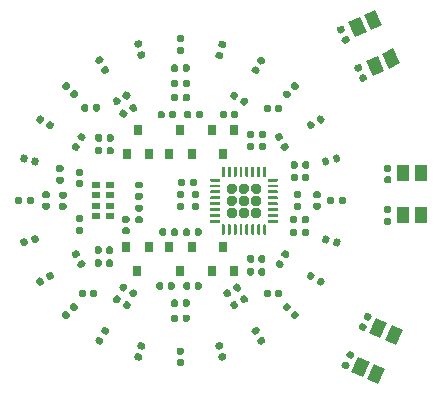
<source format=gbr>
%TF.GenerationSoftware,KiCad,Pcbnew,(5.1.6)-1*%
%TF.CreationDate,2024-07-23T23:35:14+05:30*%
%TF.ProjectId,Project_OAK_MAIN_BRD_V0.1,50726f6a-6563-4745-9f4f-414b5f4d4149,A*%
%TF.SameCoordinates,Original*%
%TF.FileFunction,Paste,Top*%
%TF.FilePolarity,Positive*%
%FSLAX46Y46*%
G04 Gerber Fmt 4.6, Leading zero omitted, Abs format (unit mm)*
G04 Created by KiCad (PCBNEW (5.1.6)-1) date 2024-07-23 23:35:14*
%MOMM*%
%LPD*%
G01*
G04 APERTURE LIST*
%ADD10R,0.800000X0.500000*%
%ADD11R,0.800000X0.900000*%
%ADD12R,1.050000X1.400000*%
%ADD13C,0.100000*%
G04 APERTURE END LIST*
D10*
%TO.C,U2*%
X64481000Y-92122000D03*
X64481000Y-93022000D03*
X64481000Y-93922000D03*
X64481000Y-94822000D03*
X63281000Y-94822000D03*
X63281000Y-93922000D03*
X63281000Y-93022000D03*
X63281000Y-92122000D03*
%TD*%
D11*
%TO.C,Q6*%
X66852800Y-87544400D03*
X67802800Y-89544400D03*
X65902800Y-89544400D03*
%TD*%
%TO.C,Q7*%
X69509600Y-89528400D03*
X71409600Y-89528400D03*
X70459600Y-87528400D03*
%TD*%
%TO.C,Q5*%
X74091800Y-89544400D03*
X73141800Y-87544400D03*
X75041800Y-87544400D03*
%TD*%
%TO.C,Q2*%
X67777400Y-97450400D03*
X65877400Y-97450400D03*
X66827400Y-99450400D03*
%TD*%
%TO.C,Q4*%
X73116400Y-99450400D03*
X75016400Y-99450400D03*
X74066400Y-97450400D03*
%TD*%
%TO.C,Q3*%
X71409600Y-97450400D03*
X69509600Y-97450400D03*
X70459600Y-99450400D03*
%TD*%
%TO.C,R17*%
G36*
G01*
X81374200Y-91356400D02*
X81374200Y-91701400D01*
G75*
G02*
X81226700Y-91848900I-147500J0D01*
G01*
X80931700Y-91848900D01*
G75*
G02*
X80784200Y-91701400I0J147500D01*
G01*
X80784200Y-91356400D01*
G75*
G02*
X80931700Y-91208900I147500J0D01*
G01*
X81226700Y-91208900D01*
G75*
G02*
X81374200Y-91356400I0J-147500D01*
G01*
G37*
G36*
G01*
X80404200Y-91356400D02*
X80404200Y-91701400D01*
G75*
G02*
X80256700Y-91848900I-147500J0D01*
G01*
X79961700Y-91848900D01*
G75*
G02*
X79814200Y-91701400I0J147500D01*
G01*
X79814200Y-91356400D01*
G75*
G02*
X79961700Y-91208900I147500J0D01*
G01*
X80256700Y-91208900D01*
G75*
G02*
X80404200Y-91356400I0J-147500D01*
G01*
G37*
%TD*%
%TO.C,C1*%
G36*
G01*
X88183500Y-92029500D02*
X87838500Y-92029500D01*
G75*
G02*
X87691000Y-91882000I0J147500D01*
G01*
X87691000Y-91587000D01*
G75*
G02*
X87838500Y-91439500I147500J0D01*
G01*
X88183500Y-91439500D01*
G75*
G02*
X88331000Y-91587000I0J-147500D01*
G01*
X88331000Y-91882000D01*
G75*
G02*
X88183500Y-92029500I-147500J0D01*
G01*
G37*
G36*
G01*
X88183500Y-91059500D02*
X87838500Y-91059500D01*
G75*
G02*
X87691000Y-90912000I0J147500D01*
G01*
X87691000Y-90617000D01*
G75*
G02*
X87838500Y-90469500I147500J0D01*
G01*
X88183500Y-90469500D01*
G75*
G02*
X88331000Y-90617000I0J-147500D01*
G01*
X88331000Y-90912000D01*
G75*
G02*
X88183500Y-91059500I-147500J0D01*
G01*
G37*
%TD*%
%TO.C,C2*%
G36*
G01*
X84326070Y-79198341D02*
X84013394Y-79344144D01*
G75*
G02*
X83817378Y-79272800I-62336J133680D01*
G01*
X83692706Y-79005439D01*
G75*
G02*
X83764050Y-78809423I133680J62336D01*
G01*
X84076726Y-78663620D01*
G75*
G02*
X84272742Y-78734964I62336J-133680D01*
G01*
X84397414Y-79002325D01*
G75*
G02*
X84326070Y-79198341I-133680J-62336D01*
G01*
G37*
G36*
G01*
X84736010Y-80077459D02*
X84423334Y-80223262D01*
G75*
G02*
X84227318Y-80151918I-62336J133680D01*
G01*
X84102646Y-79884557D01*
G75*
G02*
X84173990Y-79688541I133680J62336D01*
G01*
X84486666Y-79542738D01*
G75*
G02*
X84682682Y-79614082I62336J-133680D01*
G01*
X84807354Y-79881443D01*
G75*
G02*
X84736010Y-80077459I-133680J-62336D01*
G01*
G37*
%TD*%
%TO.C,C3*%
G36*
G01*
X85932696Y-104538821D02*
X85620020Y-104393018D01*
G75*
G02*
X85548676Y-104197002I62336J133680D01*
G01*
X85673348Y-103929641D01*
G75*
G02*
X85869364Y-103858297I133680J-62336D01*
G01*
X86182040Y-104004100D01*
G75*
G02*
X86253384Y-104200116I-62336J-133680D01*
G01*
X86128712Y-104467477D01*
G75*
G02*
X85932696Y-104538821I-133680J62336D01*
G01*
G37*
G36*
G01*
X86342636Y-103659703D02*
X86029960Y-103513900D01*
G75*
G02*
X85958616Y-103317884I62336J133680D01*
G01*
X86083288Y-103050523D01*
G75*
G02*
X86279304Y-102979179I133680J-62336D01*
G01*
X86591980Y-103124982D01*
G75*
G02*
X86663324Y-103320998I-62336J-133680D01*
G01*
X86538652Y-103588359D01*
G75*
G02*
X86342636Y-103659703I-133680J62336D01*
G01*
G37*
%TD*%
%TO.C,C6*%
G36*
G01*
X71836500Y-91775500D02*
X71836500Y-92120500D01*
G75*
G02*
X71689000Y-92268000I-147500J0D01*
G01*
X71394000Y-92268000D01*
G75*
G02*
X71246500Y-92120500I0J147500D01*
G01*
X71246500Y-91775500D01*
G75*
G02*
X71394000Y-91628000I147500J0D01*
G01*
X71689000Y-91628000D01*
G75*
G02*
X71836500Y-91775500I0J-147500D01*
G01*
G37*
G36*
G01*
X70866500Y-91775500D02*
X70866500Y-92120500D01*
G75*
G02*
X70719000Y-92268000I-147500J0D01*
G01*
X70424000Y-92268000D01*
G75*
G02*
X70276500Y-92120500I0J147500D01*
G01*
X70276500Y-91775500D01*
G75*
G02*
X70424000Y-91628000I147500J0D01*
G01*
X70719000Y-91628000D01*
G75*
G02*
X70866500Y-91775500I0J-147500D01*
G01*
G37*
%TD*%
%TO.C,C7*%
G36*
G01*
X79763400Y-96362300D02*
X79763400Y-96017300D01*
G75*
G02*
X79910900Y-95869800I147500J0D01*
G01*
X80205900Y-95869800D01*
G75*
G02*
X80353400Y-96017300I0J-147500D01*
G01*
X80353400Y-96362300D01*
G75*
G02*
X80205900Y-96509800I-147500J0D01*
G01*
X79910900Y-96509800D01*
G75*
G02*
X79763400Y-96362300I0J147500D01*
G01*
G37*
G36*
G01*
X80733400Y-96362300D02*
X80733400Y-96017300D01*
G75*
G02*
X80880900Y-95869800I147500J0D01*
G01*
X81175900Y-95869800D01*
G75*
G02*
X81323400Y-96017300I0J-147500D01*
G01*
X81323400Y-96362300D01*
G75*
G02*
X81175900Y-96509800I-147500J0D01*
G01*
X80880900Y-96509800D01*
G75*
G02*
X80733400Y-96362300I0J147500D01*
G01*
G37*
%TD*%
%TO.C,C8*%
G36*
G01*
X71557100Y-93662000D02*
X71902100Y-93662000D01*
G75*
G02*
X72049600Y-93809500I0J-147500D01*
G01*
X72049600Y-94104500D01*
G75*
G02*
X71902100Y-94252000I-147500J0D01*
G01*
X71557100Y-94252000D01*
G75*
G02*
X71409600Y-94104500I0J147500D01*
G01*
X71409600Y-93809500D01*
G75*
G02*
X71557100Y-93662000I147500J0D01*
G01*
G37*
G36*
G01*
X71557100Y-92692000D02*
X71902100Y-92692000D01*
G75*
G02*
X72049600Y-92839500I0J-147500D01*
G01*
X72049600Y-93134500D01*
G75*
G02*
X71902100Y-93282000I-147500J0D01*
G01*
X71557100Y-93282000D01*
G75*
G02*
X71409600Y-93134500I0J147500D01*
G01*
X71409600Y-92839500D01*
G75*
G02*
X71557100Y-92692000I147500J0D01*
G01*
G37*
%TD*%
%TO.C,C9*%
G36*
G01*
X80733400Y-95270100D02*
X80733400Y-94925100D01*
G75*
G02*
X80880900Y-94777600I147500J0D01*
G01*
X81175900Y-94777600D01*
G75*
G02*
X81323400Y-94925100I0J-147500D01*
G01*
X81323400Y-95270100D01*
G75*
G02*
X81175900Y-95417600I-147500J0D01*
G01*
X80880900Y-95417600D01*
G75*
G02*
X80733400Y-95270100I0J147500D01*
G01*
G37*
G36*
G01*
X79763400Y-95270100D02*
X79763400Y-94925100D01*
G75*
G02*
X79910900Y-94777600I147500J0D01*
G01*
X80205900Y-94777600D01*
G75*
G02*
X80353400Y-94925100I0J-147500D01*
G01*
X80353400Y-95270100D01*
G75*
G02*
X80205900Y-95417600I-147500J0D01*
G01*
X79910900Y-95417600D01*
G75*
G02*
X79763400Y-95270100I0J147500D01*
G01*
G37*
%TD*%
%TO.C,C12*%
G36*
G01*
X65677000Y-95757500D02*
X66022000Y-95757500D01*
G75*
G02*
X66169500Y-95905000I0J-147500D01*
G01*
X66169500Y-96200000D01*
G75*
G02*
X66022000Y-96347500I-147500J0D01*
G01*
X65677000Y-96347500D01*
G75*
G02*
X65529500Y-96200000I0J147500D01*
G01*
X65529500Y-95905000D01*
G75*
G02*
X65677000Y-95757500I147500J0D01*
G01*
G37*
G36*
G01*
X65677000Y-94787500D02*
X66022000Y-94787500D01*
G75*
G02*
X66169500Y-94935000I0J-147500D01*
G01*
X66169500Y-95230000D01*
G75*
G02*
X66022000Y-95377500I-147500J0D01*
G01*
X65677000Y-95377500D01*
G75*
G02*
X65529500Y-95230000I0J147500D01*
G01*
X65529500Y-94935000D01*
G75*
G02*
X65677000Y-94787500I147500J0D01*
G01*
G37*
%TD*%
%TO.C,C13*%
G36*
G01*
X80784200Y-90634600D02*
X80784200Y-90289600D01*
G75*
G02*
X80931700Y-90142100I147500J0D01*
G01*
X81226700Y-90142100D01*
G75*
G02*
X81374200Y-90289600I0J-147500D01*
G01*
X81374200Y-90634600D01*
G75*
G02*
X81226700Y-90782100I-147500J0D01*
G01*
X80931700Y-90782100D01*
G75*
G02*
X80784200Y-90634600I0J147500D01*
G01*
G37*
G36*
G01*
X79814200Y-90634600D02*
X79814200Y-90289600D01*
G75*
G02*
X79961700Y-90142100I147500J0D01*
G01*
X80256700Y-90142100D01*
G75*
G02*
X80404200Y-90289600I0J-147500D01*
G01*
X80404200Y-90634600D01*
G75*
G02*
X80256700Y-90782100I-147500J0D01*
G01*
X79961700Y-90782100D01*
G75*
G02*
X79814200Y-90634600I0J147500D01*
G01*
G37*
%TD*%
%TO.C,C14*%
G36*
G01*
X70269600Y-84587300D02*
X70269600Y-84932300D01*
G75*
G02*
X70122100Y-85079800I-147500J0D01*
G01*
X69827100Y-85079800D01*
G75*
G02*
X69679600Y-84932300I0J147500D01*
G01*
X69679600Y-84587300D01*
G75*
G02*
X69827100Y-84439800I147500J0D01*
G01*
X70122100Y-84439800D01*
G75*
G02*
X70269600Y-84587300I0J-147500D01*
G01*
G37*
G36*
G01*
X71239600Y-84587300D02*
X71239600Y-84932300D01*
G75*
G02*
X71092100Y-85079800I-147500J0D01*
G01*
X70797100Y-85079800D01*
G75*
G02*
X70649600Y-84932300I0J147500D01*
G01*
X70649600Y-84587300D01*
G75*
G02*
X70797100Y-84439800I147500J0D01*
G01*
X71092100Y-84439800D01*
G75*
G02*
X71239600Y-84587300I0J-147500D01*
G01*
G37*
%TD*%
%TO.C,C15*%
G36*
G01*
X66654649Y-85338011D02*
X66827150Y-85636789D01*
G75*
G02*
X66773161Y-85838278I-127739J-73750D01*
G01*
X66517683Y-85985778D01*
G75*
G02*
X66316194Y-85931789I-73750J127739D01*
G01*
X66143694Y-85633011D01*
G75*
G02*
X66197683Y-85431522I127739J73750D01*
G01*
X66453161Y-85284022D01*
G75*
G02*
X66654650Y-85338011I73750J-127739D01*
G01*
G37*
G36*
G01*
X65814605Y-85823011D02*
X65987106Y-86121789D01*
G75*
G02*
X65933117Y-86323278I-127739J-73750D01*
G01*
X65677639Y-86470778D01*
G75*
G02*
X65476150Y-86416789I-73750J127739D01*
G01*
X65303650Y-86118011D01*
G75*
G02*
X65357639Y-85916522I127739J73750D01*
G01*
X65613117Y-85769022D01*
G75*
G02*
X65814606Y-85823011I73750J-127739D01*
G01*
G37*
%TD*%
%TO.C,C16*%
G36*
G01*
X73794400Y-86380100D02*
X73794400Y-86035100D01*
G75*
G02*
X73941900Y-85887600I147500J0D01*
G01*
X74236900Y-85887600D01*
G75*
G02*
X74384400Y-86035100I0J-147500D01*
G01*
X74384400Y-86380100D01*
G75*
G02*
X74236900Y-86527600I-147500J0D01*
G01*
X73941900Y-86527600D01*
G75*
G02*
X73794400Y-86380100I0J147500D01*
G01*
G37*
G36*
G01*
X74764400Y-86380100D02*
X74764400Y-86035100D01*
G75*
G02*
X74911900Y-85887600I147500J0D01*
G01*
X75206900Y-85887600D01*
G75*
G02*
X75354400Y-86035100I0J-147500D01*
G01*
X75354400Y-86380100D01*
G75*
G02*
X75206900Y-86527600I-147500J0D01*
G01*
X74911900Y-86527600D01*
G75*
G02*
X74764400Y-86380100I0J147500D01*
G01*
G37*
%TD*%
%TO.C,C17*%
G36*
G01*
X75104595Y-101146389D02*
X74932094Y-100847611D01*
G75*
G02*
X74986083Y-100646122I127739J73750D01*
G01*
X75241561Y-100498622D01*
G75*
G02*
X75443050Y-100552611I73750J-127739D01*
G01*
X75615550Y-100851389D01*
G75*
G02*
X75561561Y-101052878I-127739J-73750D01*
G01*
X75306083Y-101200378D01*
G75*
G02*
X75104594Y-101146389I-73750J127739D01*
G01*
G37*
G36*
G01*
X74264551Y-101631389D02*
X74092050Y-101332611D01*
G75*
G02*
X74146039Y-101131122I127739J73750D01*
G01*
X74401517Y-100983622D01*
G75*
G02*
X74603006Y-101037611I73750J-127739D01*
G01*
X74775506Y-101336389D01*
G75*
G02*
X74721517Y-101537878I-127739J-73750D01*
G01*
X74466039Y-101685378D01*
G75*
G02*
X74264550Y-101631389I-73750J127739D01*
G01*
G37*
%TD*%
%TO.C,C18*%
G36*
G01*
X69679600Y-102344000D02*
X69679600Y-101999000D01*
G75*
G02*
X69827100Y-101851500I147500J0D01*
G01*
X70122100Y-101851500D01*
G75*
G02*
X70269600Y-101999000I0J-147500D01*
G01*
X70269600Y-102344000D01*
G75*
G02*
X70122100Y-102491500I-147500J0D01*
G01*
X69827100Y-102491500D01*
G75*
G02*
X69679600Y-102344000I0J147500D01*
G01*
G37*
G36*
G01*
X70649600Y-102344000D02*
X70649600Y-101999000D01*
G75*
G02*
X70797100Y-101851500I147500J0D01*
G01*
X71092100Y-101851500D01*
G75*
G02*
X71239600Y-101999000I0J-147500D01*
G01*
X71239600Y-102344000D01*
G75*
G02*
X71092100Y-102491500I-147500J0D01*
G01*
X70797100Y-102491500D01*
G75*
G02*
X70649600Y-102344000I0J147500D01*
G01*
G37*
%TD*%
%TO.C,D1*%
G36*
G01*
X70632100Y-93282000D02*
X70287100Y-93282000D01*
G75*
G02*
X70139600Y-93134500I0J147500D01*
G01*
X70139600Y-92839500D01*
G75*
G02*
X70287100Y-92692000I147500J0D01*
G01*
X70632100Y-92692000D01*
G75*
G02*
X70779600Y-92839500I0J-147500D01*
G01*
X70779600Y-93134500D01*
G75*
G02*
X70632100Y-93282000I-147500J0D01*
G01*
G37*
G36*
G01*
X70632100Y-94252000D02*
X70287100Y-94252000D01*
G75*
G02*
X70139600Y-94104500I0J147500D01*
G01*
X70139600Y-93809500D01*
G75*
G02*
X70287100Y-93662000I147500J0D01*
G01*
X70632100Y-93662000D01*
G75*
G02*
X70779600Y-93809500I0J-147500D01*
G01*
X70779600Y-94104500D01*
G75*
G02*
X70632100Y-94252000I-147500J0D01*
G01*
G37*
%TD*%
%TO.C,D2*%
G36*
G01*
X70649600Y-83738500D02*
X70649600Y-83393500D01*
G75*
G02*
X70797100Y-83246000I147500J0D01*
G01*
X71092100Y-83246000D01*
G75*
G02*
X71239600Y-83393500I0J-147500D01*
G01*
X71239600Y-83738500D01*
G75*
G02*
X71092100Y-83886000I-147500J0D01*
G01*
X70797100Y-83886000D01*
G75*
G02*
X70649600Y-83738500I0J147500D01*
G01*
G37*
G36*
G01*
X69679600Y-83738500D02*
X69679600Y-83393500D01*
G75*
G02*
X69827100Y-83246000I147500J0D01*
G01*
X70122100Y-83246000D01*
G75*
G02*
X70269600Y-83393500I0J-147500D01*
G01*
X70269600Y-83738500D01*
G75*
G02*
X70122100Y-83886000I-147500J0D01*
G01*
X69827100Y-83886000D01*
G75*
G02*
X69679600Y-83738500I0J147500D01*
G01*
G37*
%TD*%
%TO.C,D3*%
G36*
G01*
X66070449Y-84296611D02*
X66242950Y-84595389D01*
G75*
G02*
X66188961Y-84796878I-127739J-73750D01*
G01*
X65933483Y-84944378D01*
G75*
G02*
X65731994Y-84890389I-73750J127739D01*
G01*
X65559494Y-84591611D01*
G75*
G02*
X65613483Y-84390122I127739J73750D01*
G01*
X65868961Y-84242622D01*
G75*
G02*
X66070450Y-84296611I73750J-127739D01*
G01*
G37*
G36*
G01*
X65230405Y-84781611D02*
X65402906Y-85080389D01*
G75*
G02*
X65348917Y-85281878I-127739J-73750D01*
G01*
X65093439Y-85429378D01*
G75*
G02*
X64891950Y-85375389I-73750J127739D01*
G01*
X64719450Y-85076611D01*
G75*
G02*
X64773439Y-84875122I127739J73750D01*
G01*
X65028917Y-84727622D01*
G75*
G02*
X65230406Y-84781611I73750J-127739D01*
G01*
G37*
%TD*%
%TO.C,D4*%
G36*
G01*
X74104398Y-80582320D02*
X73771153Y-80493028D01*
G75*
G02*
X73666855Y-80312378I38176J142474D01*
G01*
X73743207Y-80027430D01*
G75*
G02*
X73923857Y-79923132I142474J-38176D01*
G01*
X74257101Y-80012424D01*
G75*
G02*
X74361399Y-80193074I-38176J-142474D01*
G01*
X74285047Y-80478022D01*
G75*
G02*
X74104397Y-80582320I-142474J38176D01*
G01*
G37*
G36*
G01*
X73853344Y-81519268D02*
X73520099Y-81429976D01*
G75*
G02*
X73415801Y-81249326I38176J142474D01*
G01*
X73492153Y-80964378D01*
G75*
G02*
X73672803Y-80860080I142474J-38176D01*
G01*
X74006047Y-80949372D01*
G75*
G02*
X74110345Y-81130022I-38176J-142474D01*
G01*
X74033993Y-81414970D01*
G75*
G02*
X73853343Y-81519268I-142474J38176D01*
G01*
G37*
%TD*%
%TO.C,D5*%
G36*
G01*
X70287100Y-105925400D02*
X70632100Y-105925400D01*
G75*
G02*
X70779600Y-106072900I0J-147500D01*
G01*
X70779600Y-106367900D01*
G75*
G02*
X70632100Y-106515400I-147500J0D01*
G01*
X70287100Y-106515400D01*
G75*
G02*
X70139600Y-106367900I0J147500D01*
G01*
X70139600Y-106072900D01*
G75*
G02*
X70287100Y-105925400I147500J0D01*
G01*
G37*
G36*
G01*
X70287100Y-106895400D02*
X70632100Y-106895400D01*
G75*
G02*
X70779600Y-107042900I0J-147500D01*
G01*
X70779600Y-107337900D01*
G75*
G02*
X70632100Y-107485400I-147500J0D01*
G01*
X70287100Y-107485400D01*
G75*
G02*
X70139600Y-107337900I0J147500D01*
G01*
X70139600Y-107042900D01*
G75*
G02*
X70287100Y-106895400I147500J0D01*
G01*
G37*
%TD*%
%TO.C,D6*%
G36*
G01*
X66814802Y-106387080D02*
X67148047Y-106476372D01*
G75*
G02*
X67252345Y-106657022I-38176J-142474D01*
G01*
X67175993Y-106941970D01*
G75*
G02*
X66995343Y-107046268I-142474J38176D01*
G01*
X66662099Y-106956976D01*
G75*
G02*
X66557801Y-106776326I38176J142474D01*
G01*
X66634153Y-106491378D01*
G75*
G02*
X66814803Y-106387080I142474J-38176D01*
G01*
G37*
G36*
G01*
X67065856Y-105450132D02*
X67399101Y-105539424D01*
G75*
G02*
X67503399Y-105720074I-38176J-142474D01*
G01*
X67427047Y-106005022D01*
G75*
G02*
X67246397Y-106109320I-142474J38176D01*
G01*
X66913153Y-106020028D01*
G75*
G02*
X66808855Y-105839378I38176J142474D01*
G01*
X66885207Y-105554430D01*
G75*
G02*
X67065857Y-105450132I142474J-38176D01*
G01*
G37*
%TD*%
%TO.C,D7*%
G36*
G01*
X70632100Y-81046400D02*
X70287100Y-81046400D01*
G75*
G02*
X70139600Y-80898900I0J147500D01*
G01*
X70139600Y-80603900D01*
G75*
G02*
X70287100Y-80456400I147500J0D01*
G01*
X70632100Y-80456400D01*
G75*
G02*
X70779600Y-80603900I0J-147500D01*
G01*
X70779600Y-80898900D01*
G75*
G02*
X70632100Y-81046400I-147500J0D01*
G01*
G37*
G36*
G01*
X70632100Y-80076400D02*
X70287100Y-80076400D01*
G75*
G02*
X70139600Y-79928900I0J147500D01*
G01*
X70139600Y-79633900D01*
G75*
G02*
X70287100Y-79486400I147500J0D01*
G01*
X70632100Y-79486400D01*
G75*
G02*
X70779600Y-79633900I0J-147500D01*
G01*
X70779600Y-79928900D01*
G75*
G02*
X70632100Y-80076400I-147500J0D01*
G01*
G37*
%TD*%
%TO.C,D8*%
G36*
G01*
X75516295Y-85105789D02*
X75688794Y-84807011D01*
G75*
G02*
X75890283Y-84753022I127739J-73750D01*
G01*
X76145761Y-84900522D01*
G75*
G02*
X76199750Y-85102011I-73750J-127739D01*
G01*
X76027250Y-85400789D01*
G75*
G02*
X75825761Y-85454778I-127739J73750D01*
G01*
X75570283Y-85307278D01*
G75*
G02*
X75516294Y-85105789I73750J127739D01*
G01*
G37*
G36*
G01*
X74676251Y-84620789D02*
X74848750Y-84322011D01*
G75*
G02*
X75050239Y-84268022I127739J-73750D01*
G01*
X75305717Y-84415522D01*
G75*
G02*
X75359706Y-84617011I-73750J-127739D01*
G01*
X75187206Y-84915789D01*
G75*
G02*
X74985717Y-84969778I-127739J73750D01*
G01*
X74730239Y-84822278D01*
G75*
G02*
X74676250Y-84620789I73750J127739D01*
G01*
G37*
%TD*%
%TO.C,D9*%
G36*
G01*
X62089611Y-87757251D02*
X62388389Y-87929750D01*
G75*
G02*
X62442378Y-88131239I-73750J-127739D01*
G01*
X62294878Y-88386717D01*
G75*
G02*
X62093389Y-88440706I-127739J73750D01*
G01*
X61794611Y-88268206D01*
G75*
G02*
X61740622Y-88066717I73750J127739D01*
G01*
X61888122Y-87811239D01*
G75*
G02*
X62089611Y-87757250I127739J-73750D01*
G01*
G37*
G36*
G01*
X61604611Y-88597295D02*
X61903389Y-88769794D01*
G75*
G02*
X61957378Y-88971283I-73750J-127739D01*
G01*
X61809878Y-89226761D01*
G75*
G02*
X61608389Y-89280750I-127739J73750D01*
G01*
X61309611Y-89108250D01*
G75*
G02*
X61255622Y-88906761I73750J127739D01*
G01*
X61403122Y-88651283D01*
G75*
G02*
X61604611Y-88597294I127739J-73750D01*
G01*
G37*
%TD*%
%TO.C,D10*%
G36*
G01*
X77307989Y-81963705D02*
X77009211Y-81791206D01*
G75*
G02*
X76955222Y-81589717I73750J127739D01*
G01*
X77102722Y-81334239D01*
G75*
G02*
X77304211Y-81280250I127739J-73750D01*
G01*
X77602989Y-81452750D01*
G75*
G02*
X77656978Y-81654239I-73750J-127739D01*
G01*
X77509478Y-81909717D01*
G75*
G02*
X77307989Y-81963706I-127739J73750D01*
G01*
G37*
G36*
G01*
X76822989Y-82803749D02*
X76524211Y-82631250D01*
G75*
G02*
X76470222Y-82429761I73750J127739D01*
G01*
X76617722Y-82174283D01*
G75*
G02*
X76819211Y-82120294I127739J-73750D01*
G01*
X77117989Y-82292794D01*
G75*
G02*
X77171978Y-82494283I-73750J-127739D01*
G01*
X77024478Y-82749761D01*
G75*
G02*
X76822989Y-82803750I-127739J73750D01*
G01*
G37*
%TD*%
%TO.C,D11*%
G36*
G01*
X73520099Y-105539424D02*
X73853343Y-105450132D01*
G75*
G02*
X74033993Y-105554430I38176J-142474D01*
G01*
X74110345Y-105839378D01*
G75*
G02*
X74006047Y-106020028I-142474J-38176D01*
G01*
X73672803Y-106109320D01*
G75*
G02*
X73492153Y-106005022I-38176J142474D01*
G01*
X73415801Y-105720074D01*
G75*
G02*
X73520099Y-105539424I142474J38176D01*
G01*
G37*
G36*
G01*
X73771153Y-106476372D02*
X74104397Y-106387080D01*
G75*
G02*
X74285047Y-106491378I38176J-142474D01*
G01*
X74361399Y-106776326D01*
G75*
G02*
X74257101Y-106956976I-142474J-38176D01*
G01*
X73923857Y-107046268D01*
G75*
G02*
X73743207Y-106941970I-38176J142474D01*
G01*
X73666855Y-106657022D01*
G75*
G02*
X73771153Y-106476372I142474J38176D01*
G01*
G37*
%TD*%
%TO.C,D12*%
G36*
G01*
X63611211Y-105005695D02*
X63909989Y-105178194D01*
G75*
G02*
X63963978Y-105379683I-73750J-127739D01*
G01*
X63816478Y-105635161D01*
G75*
G02*
X63614989Y-105689150I-127739J73750D01*
G01*
X63316211Y-105516650D01*
G75*
G02*
X63262222Y-105315161I73750J127739D01*
G01*
X63409722Y-105059683D01*
G75*
G02*
X63611211Y-105005694I127739J-73750D01*
G01*
G37*
G36*
G01*
X64096211Y-104165651D02*
X64394989Y-104338150D01*
G75*
G02*
X64448978Y-104539639I-73750J-127739D01*
G01*
X64301478Y-104795117D01*
G75*
G02*
X64099989Y-104849106I-127739J73750D01*
G01*
X63801211Y-104676606D01*
G75*
G02*
X63747222Y-104475117I73750J127739D01*
G01*
X63894722Y-104219639D01*
G75*
G02*
X64096211Y-104165650I127739J-73750D01*
G01*
G37*
%TD*%
%TO.C,D13*%
G36*
G01*
X67148047Y-80467628D02*
X66814803Y-80556920D01*
G75*
G02*
X66634153Y-80452622I-38176J142474D01*
G01*
X66557801Y-80167674D01*
G75*
G02*
X66662099Y-79987024I142474J38176D01*
G01*
X66995343Y-79897732D01*
G75*
G02*
X67175993Y-80002030I38176J-142474D01*
G01*
X67252345Y-80286978D01*
G75*
G02*
X67148047Y-80467628I-142474J-38176D01*
G01*
G37*
G36*
G01*
X67399101Y-81404576D02*
X67065857Y-81493868D01*
G75*
G02*
X66885207Y-81389570I-38176J142474D01*
G01*
X66808855Y-81104622D01*
G75*
G02*
X66913153Y-80923972I142474J38176D01*
G01*
X67246397Y-80834680D01*
G75*
G02*
X67427047Y-80938978I38176J-142474D01*
G01*
X67503399Y-81223926D01*
G75*
G02*
X67399101Y-81404576I-142474J-38176D01*
G01*
G37*
%TD*%
%TO.C,D14*%
G36*
G01*
X79584189Y-89108249D02*
X79285411Y-89280750D01*
G75*
G02*
X79083922Y-89226761I-73750J127739D01*
G01*
X78936422Y-88971283D01*
G75*
G02*
X78990411Y-88769794I127739J73750D01*
G01*
X79289189Y-88597294D01*
G75*
G02*
X79490678Y-88651283I73750J-127739D01*
G01*
X79638178Y-88906761D01*
G75*
G02*
X79584189Y-89108250I-127739J-73750D01*
G01*
G37*
G36*
G01*
X79099189Y-88268205D02*
X78800411Y-88440706D01*
G75*
G02*
X78598922Y-88386717I-73750J127739D01*
G01*
X78451422Y-88131239D01*
G75*
G02*
X78505411Y-87929750I127739J73750D01*
G01*
X78804189Y-87757250D01*
G75*
G02*
X79005678Y-87811239I73750J-127739D01*
G01*
X79153178Y-88066717D01*
G75*
G02*
X79099189Y-88268206I-127739J-73750D01*
G01*
G37*
%TD*%
%TO.C,D15*%
G36*
G01*
X60675300Y-93307400D02*
X60330300Y-93307400D01*
G75*
G02*
X60182800Y-93159900I0J147500D01*
G01*
X60182800Y-92864900D01*
G75*
G02*
X60330300Y-92717400I147500J0D01*
G01*
X60675300Y-92717400D01*
G75*
G02*
X60822800Y-92864900I0J-147500D01*
G01*
X60822800Y-93159900D01*
G75*
G02*
X60675300Y-93307400I-147500J0D01*
G01*
G37*
G36*
G01*
X60675300Y-94277400D02*
X60330300Y-94277400D01*
G75*
G02*
X60182800Y-94129900I0J147500D01*
G01*
X60182800Y-93834900D01*
G75*
G02*
X60330300Y-93687400I147500J0D01*
G01*
X60675300Y-93687400D01*
G75*
G02*
X60822800Y-93834900I0J-147500D01*
G01*
X60822800Y-94129900D01*
G75*
G02*
X60675300Y-94277400I-147500J0D01*
G01*
G37*
%TD*%
%TO.C,D16*%
G36*
G01*
X79377232Y-84823719D02*
X79133281Y-84579767D01*
G75*
G02*
X79133281Y-84371171I104298J104298D01*
G01*
X79341877Y-84162575D01*
G75*
G02*
X79550473Y-84162575I104298J-104298D01*
G01*
X79794425Y-84406527D01*
G75*
G02*
X79794425Y-84615123I-104298J-104298D01*
G01*
X79585829Y-84823719D01*
G75*
G02*
X79377233Y-84823719I-104298J104298D01*
G01*
G37*
G36*
G01*
X80063126Y-84137825D02*
X79819175Y-83893873D01*
G75*
G02*
X79819175Y-83685277I104298J104298D01*
G01*
X80027771Y-83476681D01*
G75*
G02*
X80236367Y-83476681I104298J-104298D01*
G01*
X80480319Y-83720633D01*
G75*
G02*
X80480319Y-83929229I-104298J-104298D01*
G01*
X80271723Y-84137825D01*
G75*
G02*
X80063127Y-84137825I-104298J104298D01*
G01*
G37*
%TD*%
%TO.C,D17*%
G36*
G01*
X77009211Y-105178195D02*
X77307989Y-105005694D01*
G75*
G02*
X77509478Y-105059683I73750J-127739D01*
G01*
X77656978Y-105315161D01*
G75*
G02*
X77602989Y-105516650I-127739J-73750D01*
G01*
X77304211Y-105689150D01*
G75*
G02*
X77102722Y-105635161I-73750J127739D01*
G01*
X76955222Y-105379683D01*
G75*
G02*
X77009211Y-105178194I127739J73750D01*
G01*
G37*
G36*
G01*
X76524211Y-104338151D02*
X76822989Y-104165650D01*
G75*
G02*
X77024478Y-104219639I73750J-127739D01*
G01*
X77171978Y-104475117D01*
G75*
G02*
X77117989Y-104676606I-127739J-73750D01*
G01*
X76819211Y-104849106D01*
G75*
G02*
X76617722Y-104795117I-73750J127739D01*
G01*
X76470222Y-104539639D01*
G75*
G02*
X76524211Y-104338150I127739J73750D01*
G01*
G37*
%TD*%
%TO.C,D18*%
G36*
G01*
X61541968Y-102171081D02*
X61785919Y-102415033D01*
G75*
G02*
X61785919Y-102623629I-104298J-104298D01*
G01*
X61577323Y-102832225D01*
G75*
G02*
X61368727Y-102832225I-104298J104298D01*
G01*
X61124775Y-102588273D01*
G75*
G02*
X61124775Y-102379677I104298J104298D01*
G01*
X61333371Y-102171081D01*
G75*
G02*
X61541967Y-102171081I104298J-104298D01*
G01*
G37*
G36*
G01*
X60856074Y-102856975D02*
X61100025Y-103100927D01*
G75*
G02*
X61100025Y-103309523I-104298J-104298D01*
G01*
X60891429Y-103518119D01*
G75*
G02*
X60682833Y-103518119I-104298J104298D01*
G01*
X60438881Y-103274167D01*
G75*
G02*
X60438881Y-103065571I104298J104298D01*
G01*
X60647477Y-102856975D01*
G75*
G02*
X60856073Y-102856975I104298J-104298D01*
G01*
G37*
%TD*%
%TO.C,D19*%
G36*
G01*
X63909989Y-81765805D02*
X63611211Y-81938306D01*
G75*
G02*
X63409722Y-81884317I-73750J127739D01*
G01*
X63262222Y-81628839D01*
G75*
G02*
X63316211Y-81427350I127739J73750D01*
G01*
X63614989Y-81254850D01*
G75*
G02*
X63816478Y-81308839I73750J-127739D01*
G01*
X63963978Y-81564317D01*
G75*
G02*
X63909989Y-81765806I-127739J-73750D01*
G01*
G37*
G36*
G01*
X64394989Y-82605849D02*
X64096211Y-82778350D01*
G75*
G02*
X63894722Y-82724361I-73750J127739D01*
G01*
X63747222Y-82468883D01*
G75*
G02*
X63801211Y-82267394I127739J73750D01*
G01*
X64099989Y-82094894D01*
G75*
G02*
X64301478Y-82148883I73750J-127739D01*
G01*
X64448978Y-82404361D01*
G75*
G02*
X64394989Y-82605850I-127739J-73750D01*
G01*
G37*
%TD*%
%TO.C,D20*%
G36*
G01*
X80218500Y-92692000D02*
X80563500Y-92692000D01*
G75*
G02*
X80711000Y-92839500I0J-147500D01*
G01*
X80711000Y-93134500D01*
G75*
G02*
X80563500Y-93282000I-147500J0D01*
G01*
X80218500Y-93282000D01*
G75*
G02*
X80071000Y-93134500I0J147500D01*
G01*
X80071000Y-92839500D01*
G75*
G02*
X80218500Y-92692000I147500J0D01*
G01*
G37*
G36*
G01*
X80218500Y-93662000D02*
X80563500Y-93662000D01*
G75*
G02*
X80711000Y-93809500I0J-147500D01*
G01*
X80711000Y-94104500D01*
G75*
G02*
X80563500Y-94252000I-147500J0D01*
G01*
X80218500Y-94252000D01*
G75*
G02*
X80071000Y-94104500I0J147500D01*
G01*
X80071000Y-93809500D01*
G75*
G02*
X80218500Y-93662000I147500J0D01*
G01*
G37*
%TD*%
%TO.C,D21*%
G36*
G01*
X61903389Y-98199605D02*
X61604611Y-98372106D01*
G75*
G02*
X61403122Y-98318117I-73750J127739D01*
G01*
X61255622Y-98062639D01*
G75*
G02*
X61309611Y-97861150I127739J73750D01*
G01*
X61608389Y-97688650D01*
G75*
G02*
X61809878Y-97742639I73750J-127739D01*
G01*
X61957378Y-97998117D01*
G75*
G02*
X61903389Y-98199606I-127739J-73750D01*
G01*
G37*
G36*
G01*
X62388389Y-99039649D02*
X62089611Y-99212150D01*
G75*
G02*
X61888122Y-99158161I-73750J127739D01*
G01*
X61740622Y-98902683D01*
G75*
G02*
X61794611Y-98701194I127739J73750D01*
G01*
X62093389Y-98528694D01*
G75*
G02*
X62294878Y-98582683I73750J-127739D01*
G01*
X62442378Y-98838161D01*
G75*
G02*
X62388389Y-99039650I-127739J-73750D01*
G01*
G37*
%TD*%
%TO.C,D22*%
G36*
G01*
X81325751Y-87407389D02*
X81153250Y-87108611D01*
G75*
G02*
X81207239Y-86907122I127739J73750D01*
G01*
X81462717Y-86759622D01*
G75*
G02*
X81664206Y-86813611I73750J-127739D01*
G01*
X81836706Y-87112389D01*
G75*
G02*
X81782717Y-87313878I-127739J-73750D01*
G01*
X81527239Y-87461378D01*
G75*
G02*
X81325750Y-87407389I-73750J127739D01*
G01*
G37*
G36*
G01*
X82165795Y-86922389D02*
X81993294Y-86623611D01*
G75*
G02*
X82047283Y-86422122I127739J73750D01*
G01*
X82302761Y-86274622D01*
G75*
G02*
X82504250Y-86328611I73750J-127739D01*
G01*
X82676750Y-86627389D01*
G75*
G02*
X82622761Y-86828878I-127739J-73750D01*
G01*
X82367283Y-86976378D01*
G75*
G02*
X82165794Y-86922389I-73750J127739D01*
G01*
G37*
%TD*%
%TO.C,D23*%
G36*
G01*
X79819175Y-103100926D02*
X80063127Y-102856975D01*
G75*
G02*
X80271723Y-102856975I104298J-104298D01*
G01*
X80480319Y-103065571D01*
G75*
G02*
X80480319Y-103274167I-104298J-104298D01*
G01*
X80236367Y-103518119D01*
G75*
G02*
X80027771Y-103518119I-104298J104298D01*
G01*
X79819175Y-103309523D01*
G75*
G02*
X79819175Y-103100927I104298J104298D01*
G01*
G37*
G36*
G01*
X79133281Y-102415032D02*
X79377233Y-102171081D01*
G75*
G02*
X79585829Y-102171081I104298J-104298D01*
G01*
X79794425Y-102379677D01*
G75*
G02*
X79794425Y-102588273I-104298J-104298D01*
G01*
X79550473Y-102832225D01*
G75*
G02*
X79341877Y-102832225I-104298J104298D01*
G01*
X79133281Y-102623629D01*
G75*
G02*
X79133281Y-102415033I104298J104298D01*
G01*
G37*
%TD*%
%TO.C,D24*%
G36*
G01*
X59593449Y-99562011D02*
X59765950Y-99860789D01*
G75*
G02*
X59711961Y-100062278I-127739J-73750D01*
G01*
X59456483Y-100209778D01*
G75*
G02*
X59254994Y-100155789I-73750J127739D01*
G01*
X59082494Y-99857011D01*
G75*
G02*
X59136483Y-99655522I127739J73750D01*
G01*
X59391961Y-99508022D01*
G75*
G02*
X59593450Y-99562011I73750J-127739D01*
G01*
G37*
G36*
G01*
X58753405Y-100047011D02*
X58925906Y-100345789D01*
G75*
G02*
X58871917Y-100547278I-127739J-73750D01*
G01*
X58616439Y-100694778D01*
G75*
G02*
X58414950Y-100640789I-73750J127739D01*
G01*
X58242450Y-100342011D01*
G75*
G02*
X58296439Y-100140522I127739J73750D01*
G01*
X58551917Y-99993022D01*
G75*
G02*
X58753406Y-100047011I73750J-127739D01*
G01*
G37*
%TD*%
%TO.C,D25*%
G36*
G01*
X61785919Y-84554368D02*
X61541967Y-84798319D01*
G75*
G02*
X61333371Y-84798319I-104298J104298D01*
G01*
X61124775Y-84589723D01*
G75*
G02*
X61124775Y-84381127I104298J104298D01*
G01*
X61368727Y-84137175D01*
G75*
G02*
X61577323Y-84137175I104298J-104298D01*
G01*
X61785919Y-84345771D01*
G75*
G02*
X61785919Y-84554367I-104298J-104298D01*
G01*
G37*
G36*
G01*
X61100025Y-83868474D02*
X60856073Y-84112425D01*
G75*
G02*
X60647477Y-84112425I-104298J104298D01*
G01*
X60438881Y-83903829D01*
G75*
G02*
X60438881Y-83695233I104298J104298D01*
G01*
X60682833Y-83451281D01*
G75*
G02*
X60891429Y-83451281I104298J-104298D01*
G01*
X61100025Y-83659877D01*
G75*
G02*
X61100025Y-83868473I-104298J-104298D01*
G01*
G37*
%TD*%
%TO.C,D26*%
G36*
G01*
X79336211Y-97688651D02*
X79634989Y-97861150D01*
G75*
G02*
X79688978Y-98062639I-73750J-127739D01*
G01*
X79541478Y-98318117D01*
G75*
G02*
X79339989Y-98372106I-127739J73750D01*
G01*
X79041211Y-98199606D01*
G75*
G02*
X78987222Y-97998117I73750J127739D01*
G01*
X79134722Y-97742639D01*
G75*
G02*
X79336211Y-97688650I127739J-73750D01*
G01*
G37*
G36*
G01*
X78851211Y-98528695D02*
X79149989Y-98701194D01*
G75*
G02*
X79203978Y-98902683I-73750J-127739D01*
G01*
X79056478Y-99158161D01*
G75*
G02*
X78854989Y-99212150I-127739J73750D01*
G01*
X78556211Y-99039650D01*
G75*
G02*
X78502222Y-98838161I73750J127739D01*
G01*
X78649722Y-98582683D01*
G75*
G02*
X78851211Y-98528694I127739J-73750D01*
G01*
G37*
%TD*%
%TO.C,D27*%
G36*
G01*
X66268349Y-102323211D02*
X66095850Y-102621989D01*
G75*
G02*
X65894361Y-102675978I-127739J73750D01*
G01*
X65638883Y-102528478D01*
G75*
G02*
X65584894Y-102326989I73750J127739D01*
G01*
X65757394Y-102028211D01*
G75*
G02*
X65958883Y-101974222I127739J-73750D01*
G01*
X66214361Y-102121722D01*
G75*
G02*
X66268350Y-102323211I-73750J-127739D01*
G01*
G37*
G36*
G01*
X65428305Y-101838211D02*
X65255806Y-102136989D01*
G75*
G02*
X65054317Y-102190978I-127739J73750D01*
G01*
X64798839Y-102043478D01*
G75*
G02*
X64744850Y-101841989I73750J127739D01*
G01*
X64917350Y-101543211D01*
G75*
G02*
X65118839Y-101489222I127739J-73750D01*
G01*
X65374317Y-101636722D01*
G75*
G02*
X65428306Y-101838211I-73750J-127739D01*
G01*
G37*
%TD*%
%TO.C,D28*%
G36*
G01*
X83438572Y-90160447D02*
X83349280Y-89827203D01*
G75*
G02*
X83453578Y-89646553I142474J38176D01*
G01*
X83738526Y-89570201D01*
G75*
G02*
X83919176Y-89674499I38176J-142474D01*
G01*
X84008468Y-90007743D01*
G75*
G02*
X83904170Y-90188393I-142474J-38176D01*
G01*
X83619222Y-90264745D01*
G75*
G02*
X83438572Y-90160447I-38176J142474D01*
G01*
G37*
G36*
G01*
X82501624Y-90411501D02*
X82412332Y-90078257D01*
G75*
G02*
X82516630Y-89897607I142474J38176D01*
G01*
X82801578Y-89821255D01*
G75*
G02*
X82982228Y-89925553I38176J-142474D01*
G01*
X83071520Y-90258797D01*
G75*
G02*
X82967222Y-90439447I-142474J-38176D01*
G01*
X82682274Y-90515799D01*
G75*
G02*
X82501624Y-90411501I-38176J142474D01*
G01*
G37*
%TD*%
%TO.C,D29*%
G36*
G01*
X81153251Y-99860789D02*
X81325750Y-99562011D01*
G75*
G02*
X81527239Y-99508022I127739J-73750D01*
G01*
X81782717Y-99655522D01*
G75*
G02*
X81836706Y-99857011I-73750J-127739D01*
G01*
X81664206Y-100155789D01*
G75*
G02*
X81462717Y-100209778I-127739J73750D01*
G01*
X81207239Y-100062278D01*
G75*
G02*
X81153250Y-99860789I73750J127739D01*
G01*
G37*
G36*
G01*
X81993295Y-100345789D02*
X82165794Y-100047011D01*
G75*
G02*
X82367283Y-99993022I127739J-73750D01*
G01*
X82622761Y-100140522D01*
G75*
G02*
X82676750Y-100342011I-73750J-127739D01*
G01*
X82504250Y-100640789D01*
G75*
G02*
X82302761Y-100694778I-127739J73750D01*
G01*
X82047283Y-100547278D01*
G75*
G02*
X81993294Y-100345789I73750J127739D01*
G01*
G37*
%TD*%
%TO.C,D30*%
G36*
G01*
X57455228Y-96758153D02*
X57544520Y-97091397D01*
G75*
G02*
X57440222Y-97272047I-142474J-38176D01*
G01*
X57155274Y-97348399D01*
G75*
G02*
X56974624Y-97244101I-38176J142474D01*
G01*
X56885332Y-96910857D01*
G75*
G02*
X56989630Y-96730207I142474J38176D01*
G01*
X57274578Y-96653855D01*
G75*
G02*
X57455228Y-96758153I38176J-142474D01*
G01*
G37*
G36*
G01*
X58392176Y-96507099D02*
X58481468Y-96840343D01*
G75*
G02*
X58377170Y-97020993I-142474J-38176D01*
G01*
X58092222Y-97097345D01*
G75*
G02*
X57911572Y-96993047I-38176J142474D01*
G01*
X57822280Y-96659803D01*
G75*
G02*
X57926578Y-96479153I142474J38176D01*
G01*
X58211526Y-96402801D01*
G75*
G02*
X58392176Y-96507099I38176J-142474D01*
G01*
G37*
%TD*%
%TO.C,D31*%
G36*
G01*
X59765949Y-87108611D02*
X59593450Y-87407389D01*
G75*
G02*
X59391961Y-87461378I-127739J73750D01*
G01*
X59136483Y-87313878D01*
G75*
G02*
X59082494Y-87112389I73750J127739D01*
G01*
X59254994Y-86813611D01*
G75*
G02*
X59456483Y-86759622I127739J-73750D01*
G01*
X59711961Y-86907122D01*
G75*
G02*
X59765950Y-87108611I-73750J-127739D01*
G01*
G37*
G36*
G01*
X58925905Y-86623611D02*
X58753406Y-86922389D01*
G75*
G02*
X58551917Y-86976378I-127739J73750D01*
G01*
X58296439Y-86828878D01*
G75*
G02*
X58242450Y-86627389I73750J127739D01*
G01*
X58414950Y-86328611D01*
G75*
G02*
X58616439Y-86274622I127739J-73750D01*
G01*
X58871917Y-86422122D01*
G75*
G02*
X58925906Y-86623611I-73750J-127739D01*
G01*
G37*
%TD*%
%TO.C,D32*%
G36*
G01*
X75187205Y-102028211D02*
X75359706Y-102326989D01*
G75*
G02*
X75305717Y-102528478I-127739J-73750D01*
G01*
X75050239Y-102675978D01*
G75*
G02*
X74848750Y-102621989I-73750J127739D01*
G01*
X74676250Y-102323211D01*
G75*
G02*
X74730239Y-102121722I127739J73750D01*
G01*
X74985717Y-101974222D01*
G75*
G02*
X75187206Y-102028211I73750J-127739D01*
G01*
G37*
G36*
G01*
X76027249Y-101543211D02*
X76199750Y-101841989D01*
G75*
G02*
X76145761Y-102043478I-127739J-73750D01*
G01*
X75890283Y-102190978D01*
G75*
G02*
X75688794Y-102136989I-73750J127739D01*
G01*
X75516294Y-101838211D01*
G75*
G02*
X75570283Y-101636722I127739J73750D01*
G01*
X75825761Y-101489222D01*
G75*
G02*
X76027250Y-101543211I73750J-127739D01*
G01*
G37*
%TD*%
%TO.C,D33*%
G36*
G01*
X71239600Y-103281700D02*
X71239600Y-103626700D01*
G75*
G02*
X71092100Y-103774200I-147500J0D01*
G01*
X70797100Y-103774200D01*
G75*
G02*
X70649600Y-103626700I0J147500D01*
G01*
X70649600Y-103281700D01*
G75*
G02*
X70797100Y-103134200I147500J0D01*
G01*
X71092100Y-103134200D01*
G75*
G02*
X71239600Y-103281700I0J-147500D01*
G01*
G37*
G36*
G01*
X70269600Y-103281700D02*
X70269600Y-103626700D01*
G75*
G02*
X70122100Y-103774200I-147500J0D01*
G01*
X69827100Y-103774200D01*
G75*
G02*
X69679600Y-103626700I0J147500D01*
G01*
X69679600Y-103281700D01*
G75*
G02*
X69827100Y-103134200I147500J0D01*
G01*
X70122100Y-103134200D01*
G75*
G02*
X70269600Y-103281700I0J-147500D01*
G01*
G37*
%TD*%
%TO.C,D34*%
G36*
G01*
X83883000Y-93644500D02*
X83883000Y-93299500D01*
G75*
G02*
X84030500Y-93152000I147500J0D01*
G01*
X84325500Y-93152000D01*
G75*
G02*
X84473000Y-93299500I0J-147500D01*
G01*
X84473000Y-93644500D01*
G75*
G02*
X84325500Y-93792000I-147500J0D01*
G01*
X84030500Y-93792000D01*
G75*
G02*
X83883000Y-93644500I0J147500D01*
G01*
G37*
G36*
G01*
X82913000Y-93644500D02*
X82913000Y-93299500D01*
G75*
G02*
X83060500Y-93152000I147500J0D01*
G01*
X83355500Y-93152000D01*
G75*
G02*
X83503000Y-93299500I0J-147500D01*
G01*
X83503000Y-93644500D01*
G75*
G02*
X83355500Y-93792000I-147500J0D01*
G01*
X83060500Y-93792000D01*
G75*
G02*
X82913000Y-93644500I0J147500D01*
G01*
G37*
%TD*%
%TO.C,D35*%
G36*
G01*
X82437732Y-96865744D02*
X82527024Y-96532499D01*
G75*
G02*
X82707674Y-96428201I142474J-38176D01*
G01*
X82992622Y-96504553D01*
G75*
G02*
X83096920Y-96685203I-38176J-142474D01*
G01*
X83007628Y-97018447D01*
G75*
G02*
X82826978Y-97122745I-142474J38176D01*
G01*
X82542030Y-97046393D01*
G75*
G02*
X82437732Y-96865743I38176J142474D01*
G01*
G37*
G36*
G01*
X83374680Y-97116798D02*
X83463972Y-96783553D01*
G75*
G02*
X83644622Y-96679255I142474J-38176D01*
G01*
X83929570Y-96755607D01*
G75*
G02*
X84033868Y-96936257I-38176J-142474D01*
G01*
X83944576Y-97269501D01*
G75*
G02*
X83763926Y-97373799I-142474J38176D01*
G01*
X83478978Y-97297447D01*
G75*
G02*
X83374680Y-97116797I38176J142474D01*
G01*
G37*
%TD*%
%TO.C,D36*%
G36*
G01*
X57061600Y-93299500D02*
X57061600Y-93644500D01*
G75*
G02*
X56914100Y-93792000I-147500J0D01*
G01*
X56619100Y-93792000D01*
G75*
G02*
X56471600Y-93644500I0J147500D01*
G01*
X56471600Y-93299500D01*
G75*
G02*
X56619100Y-93152000I147500J0D01*
G01*
X56914100Y-93152000D01*
G75*
G02*
X57061600Y-93299500I0J-147500D01*
G01*
G37*
G36*
G01*
X58031600Y-93299500D02*
X58031600Y-93644500D01*
G75*
G02*
X57884100Y-93792000I-147500J0D01*
G01*
X57589100Y-93792000D01*
G75*
G02*
X57441600Y-93644500I0J147500D01*
G01*
X57441600Y-93299500D01*
G75*
G02*
X57589100Y-93152000I147500J0D01*
G01*
X57884100Y-93152000D01*
G75*
G02*
X58031600Y-93299500I0J-147500D01*
G01*
G37*
%TD*%
%TO.C,D37*%
G36*
G01*
X58481468Y-90078256D02*
X58392176Y-90411501D01*
G75*
G02*
X58211526Y-90515799I-142474J38176D01*
G01*
X57926578Y-90439447D01*
G75*
G02*
X57822280Y-90258797I38176J142474D01*
G01*
X57911572Y-89925553D01*
G75*
G02*
X58092222Y-89821255I142474J-38176D01*
G01*
X58377170Y-89897607D01*
G75*
G02*
X58481468Y-90078257I-38176J-142474D01*
G01*
G37*
G36*
G01*
X57544520Y-89827202D02*
X57455228Y-90160447D01*
G75*
G02*
X57274578Y-90264745I-142474J38176D01*
G01*
X56989630Y-90188393D01*
G75*
G02*
X56885332Y-90007743I38176J142474D01*
G01*
X56974624Y-89674499D01*
G75*
G02*
X57155274Y-89570201I142474J-38176D01*
G01*
X57440222Y-89646553D01*
G75*
G02*
X57544520Y-89827203I-38176J-142474D01*
G01*
G37*
%TD*%
%TO.C,R2*%
G36*
G01*
X88183500Y-94552000D02*
X87838500Y-94552000D01*
G75*
G02*
X87691000Y-94404500I0J147500D01*
G01*
X87691000Y-94109500D01*
G75*
G02*
X87838500Y-93962000I147500J0D01*
G01*
X88183500Y-93962000D01*
G75*
G02*
X88331000Y-94109500I0J-147500D01*
G01*
X88331000Y-94404500D01*
G75*
G02*
X88183500Y-94552000I-147500J0D01*
G01*
G37*
G36*
G01*
X88183500Y-95522000D02*
X87838500Y-95522000D01*
G75*
G02*
X87691000Y-95374500I0J147500D01*
G01*
X87691000Y-95079500D01*
G75*
G02*
X87838500Y-94932000I147500J0D01*
G01*
X88183500Y-94932000D01*
G75*
G02*
X88331000Y-95079500I0J-147500D01*
G01*
X88331000Y-95374500D01*
G75*
G02*
X88183500Y-95522000I-147500J0D01*
G01*
G37*
%TD*%
%TO.C,R3*%
G36*
G01*
X85801040Y-82431900D02*
X85488364Y-82577703D01*
G75*
G02*
X85292348Y-82506359I-62336J133680D01*
G01*
X85167676Y-82238998D01*
G75*
G02*
X85239020Y-82042982I133680J62336D01*
G01*
X85551696Y-81897179D01*
G75*
G02*
X85747712Y-81968523I62336J-133680D01*
G01*
X85872384Y-82235884D01*
G75*
G02*
X85801040Y-82431900I-133680J-62336D01*
G01*
G37*
G36*
G01*
X86210980Y-83311018D02*
X85898304Y-83456821D01*
G75*
G02*
X85702288Y-83385477I-62336J133680D01*
G01*
X85577616Y-83118116D01*
G75*
G02*
X85648960Y-82922100I133680J62336D01*
G01*
X85961636Y-82776297D01*
G75*
G02*
X86157652Y-82847641I62336J-133680D01*
G01*
X86282324Y-83115002D01*
G75*
G02*
X86210980Y-83311018I-133680J-62336D01*
G01*
G37*
%TD*%
%TO.C,R4*%
G36*
G01*
X84472196Y-107777321D02*
X84159520Y-107631518D01*
G75*
G02*
X84088176Y-107435502I62336J133680D01*
G01*
X84212848Y-107168141D01*
G75*
G02*
X84408864Y-107096797I133680J-62336D01*
G01*
X84721540Y-107242600D01*
G75*
G02*
X84792884Y-107438616I-62336J-133680D01*
G01*
X84668212Y-107705977D01*
G75*
G02*
X84472196Y-107777321I-133680J62336D01*
G01*
G37*
G36*
G01*
X84882136Y-106898203D02*
X84569460Y-106752400D01*
G75*
G02*
X84498116Y-106556384I62336J133680D01*
G01*
X84622788Y-106289023D01*
G75*
G02*
X84818804Y-106217679I133680J-62336D01*
G01*
X85131480Y-106363482D01*
G75*
G02*
X85202824Y-106559498I-62336J-133680D01*
G01*
X85078152Y-106826859D01*
G75*
G02*
X84882136Y-106898203I-133680J62336D01*
G01*
G37*
%TD*%
%TO.C,R8*%
G36*
G01*
X60421300Y-91072200D02*
X60076300Y-91072200D01*
G75*
G02*
X59928800Y-90924700I0J147500D01*
G01*
X59928800Y-90629700D01*
G75*
G02*
X60076300Y-90482200I147500J0D01*
G01*
X60421300Y-90482200D01*
G75*
G02*
X60568800Y-90629700I0J-147500D01*
G01*
X60568800Y-90924700D01*
G75*
G02*
X60421300Y-91072200I-147500J0D01*
G01*
G37*
G36*
G01*
X60421300Y-92042200D02*
X60076300Y-92042200D01*
G75*
G02*
X59928800Y-91894700I0J147500D01*
G01*
X59928800Y-91599700D01*
G75*
G02*
X60076300Y-91452200I147500J0D01*
G01*
X60421300Y-91452200D01*
G75*
G02*
X60568800Y-91599700I0J-147500D01*
G01*
X60568800Y-91894700D01*
G75*
G02*
X60421300Y-92042200I-147500J0D01*
G01*
G37*
%TD*%
%TO.C,R9*%
G36*
G01*
X63645000Y-85450900D02*
X63645000Y-85795900D01*
G75*
G02*
X63497500Y-85943400I-147500J0D01*
G01*
X63202500Y-85943400D01*
G75*
G02*
X63055000Y-85795900I0J147500D01*
G01*
X63055000Y-85450900D01*
G75*
G02*
X63202500Y-85303400I147500J0D01*
G01*
X63497500Y-85303400D01*
G75*
G02*
X63645000Y-85450900I0J-147500D01*
G01*
G37*
G36*
G01*
X62675000Y-85450900D02*
X62675000Y-85795900D01*
G75*
G02*
X62527500Y-85943400I-147500J0D01*
G01*
X62232500Y-85943400D01*
G75*
G02*
X62085000Y-85795900I0J147500D01*
G01*
X62085000Y-85450900D01*
G75*
G02*
X62232500Y-85303400I147500J0D01*
G01*
X62527500Y-85303400D01*
G75*
G02*
X62675000Y-85450900I0J-147500D01*
G01*
G37*
%TD*%
%TO.C,R10*%
G36*
G01*
X67126900Y-94425000D02*
X66781900Y-94425000D01*
G75*
G02*
X66634400Y-94277500I0J147500D01*
G01*
X66634400Y-93982500D01*
G75*
G02*
X66781900Y-93835000I147500J0D01*
G01*
X67126900Y-93835000D01*
G75*
G02*
X67274400Y-93982500I0J-147500D01*
G01*
X67274400Y-94277500D01*
G75*
G02*
X67126900Y-94425000I-147500J0D01*
G01*
G37*
G36*
G01*
X67126900Y-95395000D02*
X66781900Y-95395000D01*
G75*
G02*
X66634400Y-95247500I0J147500D01*
G01*
X66634400Y-94952500D01*
G75*
G02*
X66781900Y-94805000I147500J0D01*
G01*
X67126900Y-94805000D01*
G75*
G02*
X67274400Y-94952500I0J-147500D01*
G01*
X67274400Y-95247500D01*
G75*
G02*
X67126900Y-95395000I-147500J0D01*
G01*
G37*
%TD*%
%TO.C,R11*%
G36*
G01*
X66781900Y-91866500D02*
X67126900Y-91866500D01*
G75*
G02*
X67274400Y-92014000I0J-147500D01*
G01*
X67274400Y-92309000D01*
G75*
G02*
X67126900Y-92456500I-147500J0D01*
G01*
X66781900Y-92456500D01*
G75*
G02*
X66634400Y-92309000I0J147500D01*
G01*
X66634400Y-92014000D01*
G75*
G02*
X66781900Y-91866500I147500J0D01*
G01*
G37*
G36*
G01*
X66781900Y-92836500D02*
X67126900Y-92836500D01*
G75*
G02*
X67274400Y-92984000I0J-147500D01*
G01*
X67274400Y-93279000D01*
G75*
G02*
X67126900Y-93426500I-147500J0D01*
G01*
X66781900Y-93426500D01*
G75*
G02*
X66634400Y-93279000I0J147500D01*
G01*
X66634400Y-92984000D01*
G75*
G02*
X66781900Y-92836500I147500J0D01*
G01*
G37*
%TD*%
%TO.C,R12*%
G36*
G01*
X62085000Y-95314000D02*
X61740000Y-95314000D01*
G75*
G02*
X61592500Y-95166500I0J147500D01*
G01*
X61592500Y-94871500D01*
G75*
G02*
X61740000Y-94724000I147500J0D01*
G01*
X62085000Y-94724000D01*
G75*
G02*
X62232500Y-94871500I0J-147500D01*
G01*
X62232500Y-95166500D01*
G75*
G02*
X62085000Y-95314000I-147500J0D01*
G01*
G37*
G36*
G01*
X62085000Y-96284000D02*
X61740000Y-96284000D01*
G75*
G02*
X61592500Y-96136500I0J147500D01*
G01*
X61592500Y-95841500D01*
G75*
G02*
X61740000Y-95694000I147500J0D01*
G01*
X62085000Y-95694000D01*
G75*
G02*
X62232500Y-95841500I0J-147500D01*
G01*
X62232500Y-96136500D01*
G75*
G02*
X62085000Y-96284000I-147500J0D01*
G01*
G37*
%TD*%
%TO.C,R13*%
G36*
G01*
X64175000Y-97860900D02*
X64175000Y-97515900D01*
G75*
G02*
X64322500Y-97368400I147500J0D01*
G01*
X64617500Y-97368400D01*
G75*
G02*
X64765000Y-97515900I0J-147500D01*
G01*
X64765000Y-97860900D01*
G75*
G02*
X64617500Y-98008400I-147500J0D01*
G01*
X64322500Y-98008400D01*
G75*
G02*
X64175000Y-97860900I0J147500D01*
G01*
G37*
G36*
G01*
X63205000Y-97860900D02*
X63205000Y-97515900D01*
G75*
G02*
X63352500Y-97368400I147500J0D01*
G01*
X63647500Y-97368400D01*
G75*
G02*
X63795000Y-97515900I0J-147500D01*
G01*
X63795000Y-97860900D01*
G75*
G02*
X63647500Y-98008400I-147500J0D01*
G01*
X63352500Y-98008400D01*
G75*
G02*
X63205000Y-97860900I0J147500D01*
G01*
G37*
%TD*%
%TO.C,R14*%
G36*
G01*
X72258000Y-95991900D02*
X72258000Y-96336900D01*
G75*
G02*
X72110500Y-96484400I-147500J0D01*
G01*
X71815500Y-96484400D01*
G75*
G02*
X71668000Y-96336900I0J147500D01*
G01*
X71668000Y-95991900D01*
G75*
G02*
X71815500Y-95844400I147500J0D01*
G01*
X72110500Y-95844400D01*
G75*
G02*
X72258000Y-95991900I0J-147500D01*
G01*
G37*
G36*
G01*
X71288000Y-95991900D02*
X71288000Y-96336900D01*
G75*
G02*
X71140500Y-96484400I-147500J0D01*
G01*
X70845500Y-96484400D01*
G75*
G02*
X70698000Y-96336900I0J147500D01*
G01*
X70698000Y-95991900D01*
G75*
G02*
X70845500Y-95844400I147500J0D01*
G01*
X71140500Y-95844400D01*
G75*
G02*
X71288000Y-95991900I0J-147500D01*
G01*
G37*
%TD*%
%TO.C,R15*%
G36*
G01*
X69279000Y-95991900D02*
X69279000Y-96336900D01*
G75*
G02*
X69131500Y-96484400I-147500J0D01*
G01*
X68836500Y-96484400D01*
G75*
G02*
X68689000Y-96336900I0J147500D01*
G01*
X68689000Y-95991900D01*
G75*
G02*
X68836500Y-95844400I147500J0D01*
G01*
X69131500Y-95844400D01*
G75*
G02*
X69279000Y-95991900I0J-147500D01*
G01*
G37*
G36*
G01*
X70249000Y-95991900D02*
X70249000Y-96336900D01*
G75*
G02*
X70101500Y-96484400I-147500J0D01*
G01*
X69806500Y-96484400D01*
G75*
G02*
X69659000Y-96336900I0J147500D01*
G01*
X69659000Y-95991900D01*
G75*
G02*
X69806500Y-95844400I147500J0D01*
G01*
X70101500Y-95844400D01*
G75*
G02*
X70249000Y-95991900I0J-147500D01*
G01*
G37*
%TD*%
%TO.C,R16*%
G36*
G01*
X64762600Y-98608100D02*
X64762600Y-98953100D01*
G75*
G02*
X64615100Y-99100600I-147500J0D01*
G01*
X64320100Y-99100600D01*
G75*
G02*
X64172600Y-98953100I0J147500D01*
G01*
X64172600Y-98608100D01*
G75*
G02*
X64320100Y-98460600I147500J0D01*
G01*
X64615100Y-98460600D01*
G75*
G02*
X64762600Y-98608100I0J-147500D01*
G01*
G37*
G36*
G01*
X63792600Y-98608100D02*
X63792600Y-98953100D01*
G75*
G02*
X63645100Y-99100600I-147500J0D01*
G01*
X63350100Y-99100600D01*
G75*
G02*
X63202600Y-98953100I0J147500D01*
G01*
X63202600Y-98608100D01*
G75*
G02*
X63350100Y-98460600I147500J0D01*
G01*
X63645100Y-98460600D01*
G75*
G02*
X63792600Y-98608100I0J-147500D01*
G01*
G37*
%TD*%
%TO.C,R18*%
G36*
G01*
X69379600Y-100883500D02*
X69379600Y-100538500D01*
G75*
G02*
X69527100Y-100391000I147500J0D01*
G01*
X69822100Y-100391000D01*
G75*
G02*
X69969600Y-100538500I0J-147500D01*
G01*
X69969600Y-100883500D01*
G75*
G02*
X69822100Y-101031000I-147500J0D01*
G01*
X69527100Y-101031000D01*
G75*
G02*
X69379600Y-100883500I0J147500D01*
G01*
G37*
G36*
G01*
X68409600Y-100883500D02*
X68409600Y-100538500D01*
G75*
G02*
X68557100Y-100391000I147500J0D01*
G01*
X68852100Y-100391000D01*
G75*
G02*
X68999600Y-100538500I0J-147500D01*
G01*
X68999600Y-100883500D01*
G75*
G02*
X68852100Y-101031000I-147500J0D01*
G01*
X68557100Y-101031000D01*
G75*
G02*
X68409600Y-100883500I0J147500D01*
G01*
G37*
%TD*%
%TO.C,R19*%
G36*
G01*
X77665800Y-99344700D02*
X77665800Y-99689700D01*
G75*
G02*
X77518300Y-99837200I-147500J0D01*
G01*
X77223300Y-99837200D01*
G75*
G02*
X77075800Y-99689700I0J147500D01*
G01*
X77075800Y-99344700D01*
G75*
G02*
X77223300Y-99197200I147500J0D01*
G01*
X77518300Y-99197200D01*
G75*
G02*
X77665800Y-99344700I0J-147500D01*
G01*
G37*
G36*
G01*
X76695800Y-99344700D02*
X76695800Y-99689700D01*
G75*
G02*
X76548300Y-99837200I-147500J0D01*
G01*
X76253300Y-99837200D01*
G75*
G02*
X76105800Y-99689700I0J147500D01*
G01*
X76105800Y-99344700D01*
G75*
G02*
X76253300Y-99197200I147500J0D01*
G01*
X76548300Y-99197200D01*
G75*
G02*
X76695800Y-99344700I0J-147500D01*
G01*
G37*
%TD*%
%TO.C,R20*%
G36*
G01*
X71665600Y-100883500D02*
X71665600Y-100538500D01*
G75*
G02*
X71813100Y-100391000I147500J0D01*
G01*
X72108100Y-100391000D01*
G75*
G02*
X72255600Y-100538500I0J-147500D01*
G01*
X72255600Y-100883500D01*
G75*
G02*
X72108100Y-101031000I-147500J0D01*
G01*
X71813100Y-101031000D01*
G75*
G02*
X71665600Y-100883500I0J147500D01*
G01*
G37*
G36*
G01*
X70695600Y-100883500D02*
X70695600Y-100538500D01*
G75*
G02*
X70843100Y-100391000I147500J0D01*
G01*
X71138100Y-100391000D01*
G75*
G02*
X71285600Y-100538500I0J-147500D01*
G01*
X71285600Y-100883500D01*
G75*
G02*
X71138100Y-101031000I-147500J0D01*
G01*
X70843100Y-101031000D01*
G75*
G02*
X70695600Y-100883500I0J147500D01*
G01*
G37*
%TD*%
%TO.C,R21*%
G36*
G01*
X76105800Y-98597500D02*
X76105800Y-98252500D01*
G75*
G02*
X76253300Y-98105000I147500J0D01*
G01*
X76548300Y-98105000D01*
G75*
G02*
X76695800Y-98252500I0J-147500D01*
G01*
X76695800Y-98597500D01*
G75*
G02*
X76548300Y-98745000I-147500J0D01*
G01*
X76253300Y-98745000D01*
G75*
G02*
X76105800Y-98597500I0J147500D01*
G01*
G37*
G36*
G01*
X77075800Y-98597500D02*
X77075800Y-98252500D01*
G75*
G02*
X77223300Y-98105000I147500J0D01*
G01*
X77518300Y-98105000D01*
G75*
G02*
X77665800Y-98252500I0J-147500D01*
G01*
X77665800Y-98597500D01*
G75*
G02*
X77518300Y-98745000I-147500J0D01*
G01*
X77223300Y-98745000D01*
G75*
G02*
X77075800Y-98597500I0J147500D01*
G01*
G37*
%TD*%
%TO.C,R22*%
G36*
G01*
X76721200Y-87711500D02*
X76721200Y-88056500D01*
G75*
G02*
X76573700Y-88204000I-147500J0D01*
G01*
X76278700Y-88204000D01*
G75*
G02*
X76131200Y-88056500I0J147500D01*
G01*
X76131200Y-87711500D01*
G75*
G02*
X76278700Y-87564000I147500J0D01*
G01*
X76573700Y-87564000D01*
G75*
G02*
X76721200Y-87711500I0J-147500D01*
G01*
G37*
G36*
G01*
X77691200Y-87711500D02*
X77691200Y-88056500D01*
G75*
G02*
X77543700Y-88204000I-147500J0D01*
G01*
X77248700Y-88204000D01*
G75*
G02*
X77101200Y-88056500I0J147500D01*
G01*
X77101200Y-87711500D01*
G75*
G02*
X77248700Y-87564000I147500J0D01*
G01*
X77543700Y-87564000D01*
G75*
G02*
X77691200Y-87711500I0J-147500D01*
G01*
G37*
%TD*%
%TO.C,R23*%
G36*
G01*
X63253400Y-88335900D02*
X63253400Y-87990900D01*
G75*
G02*
X63400900Y-87843400I147500J0D01*
G01*
X63695900Y-87843400D01*
G75*
G02*
X63843400Y-87990900I0J-147500D01*
G01*
X63843400Y-88335900D01*
G75*
G02*
X63695900Y-88483400I-147500J0D01*
G01*
X63400900Y-88483400D01*
G75*
G02*
X63253400Y-88335900I0J147500D01*
G01*
G37*
G36*
G01*
X64223400Y-88335900D02*
X64223400Y-87990900D01*
G75*
G02*
X64370900Y-87843400I147500J0D01*
G01*
X64665900Y-87843400D01*
G75*
G02*
X64813400Y-87990900I0J-147500D01*
G01*
X64813400Y-88335900D01*
G75*
G02*
X64665900Y-88483400I-147500J0D01*
G01*
X64370900Y-88483400D01*
G75*
G02*
X64223400Y-88335900I0J147500D01*
G01*
G37*
%TD*%
%TO.C,R24*%
G36*
G01*
X77101200Y-89072500D02*
X77101200Y-88727500D01*
G75*
G02*
X77248700Y-88580000I147500J0D01*
G01*
X77543700Y-88580000D01*
G75*
G02*
X77691200Y-88727500I0J-147500D01*
G01*
X77691200Y-89072500D01*
G75*
G02*
X77543700Y-89220000I-147500J0D01*
G01*
X77248700Y-89220000D01*
G75*
G02*
X77101200Y-89072500I0J147500D01*
G01*
G37*
G36*
G01*
X76131200Y-89072500D02*
X76131200Y-88727500D01*
G75*
G02*
X76278700Y-88580000I147500J0D01*
G01*
X76573700Y-88580000D01*
G75*
G02*
X76721200Y-88727500I0J-147500D01*
G01*
X76721200Y-89072500D01*
G75*
G02*
X76573700Y-89220000I-147500J0D01*
G01*
X76278700Y-89220000D01*
G75*
G02*
X76131200Y-89072500I0J147500D01*
G01*
G37*
%TD*%
%TO.C,R25*%
G36*
G01*
X64811000Y-89083100D02*
X64811000Y-89428100D01*
G75*
G02*
X64663500Y-89575600I-147500J0D01*
G01*
X64368500Y-89575600D01*
G75*
G02*
X64221000Y-89428100I0J147500D01*
G01*
X64221000Y-89083100D01*
G75*
G02*
X64368500Y-88935600I147500J0D01*
G01*
X64663500Y-88935600D01*
G75*
G02*
X64811000Y-89083100I0J-147500D01*
G01*
G37*
G36*
G01*
X63841000Y-89083100D02*
X63841000Y-89428100D01*
G75*
G02*
X63693500Y-89575600I-147500J0D01*
G01*
X63398500Y-89575600D01*
G75*
G02*
X63251000Y-89428100I0J147500D01*
G01*
X63251000Y-89083100D01*
G75*
G02*
X63398500Y-88935600I147500J0D01*
G01*
X63693500Y-88935600D01*
G75*
G02*
X63841000Y-89083100I0J-147500D01*
G01*
G37*
%TD*%
%TO.C,R26*%
G36*
G01*
X72357200Y-86035100D02*
X72357200Y-86380100D01*
G75*
G02*
X72209700Y-86527600I-147500J0D01*
G01*
X71914700Y-86527600D01*
G75*
G02*
X71767200Y-86380100I0J147500D01*
G01*
X71767200Y-86035100D01*
G75*
G02*
X71914700Y-85887600I147500J0D01*
G01*
X72209700Y-85887600D01*
G75*
G02*
X72357200Y-86035100I0J-147500D01*
G01*
G37*
G36*
G01*
X71387200Y-86035100D02*
X71387200Y-86380100D01*
G75*
G02*
X71239700Y-86527600I-147500J0D01*
G01*
X70944700Y-86527600D01*
G75*
G02*
X70797200Y-86380100I0J147500D01*
G01*
X70797200Y-86035100D01*
G75*
G02*
X70944700Y-85887600I147500J0D01*
G01*
X71239700Y-85887600D01*
G75*
G02*
X71387200Y-86035100I0J-147500D01*
G01*
G37*
%TD*%
%TO.C,R27*%
G36*
G01*
X69126600Y-86035100D02*
X69126600Y-86380100D01*
G75*
G02*
X68979100Y-86527600I-147500J0D01*
G01*
X68684100Y-86527600D01*
G75*
G02*
X68536600Y-86380100I0J147500D01*
G01*
X68536600Y-86035100D01*
G75*
G02*
X68684100Y-85887600I147500J0D01*
G01*
X68979100Y-85887600D01*
G75*
G02*
X69126600Y-86035100I0J-147500D01*
G01*
G37*
G36*
G01*
X70096600Y-86035100D02*
X70096600Y-86380100D01*
G75*
G02*
X69949100Y-86527600I-147500J0D01*
G01*
X69654100Y-86527600D01*
G75*
G02*
X69506600Y-86380100I0J147500D01*
G01*
X69506600Y-86035100D01*
G75*
G02*
X69654100Y-85887600I147500J0D01*
G01*
X69949100Y-85887600D01*
G75*
G02*
X70096600Y-86035100I0J-147500D01*
G01*
G37*
%TD*%
%TO.C,R28*%
G36*
G01*
X82189100Y-93282000D02*
X81844100Y-93282000D01*
G75*
G02*
X81696600Y-93134500I0J147500D01*
G01*
X81696600Y-92839500D01*
G75*
G02*
X81844100Y-92692000I147500J0D01*
G01*
X82189100Y-92692000D01*
G75*
G02*
X82336600Y-92839500I0J-147500D01*
G01*
X82336600Y-93134500D01*
G75*
G02*
X82189100Y-93282000I-147500J0D01*
G01*
G37*
G36*
G01*
X82189100Y-94252000D02*
X81844100Y-94252000D01*
G75*
G02*
X81696600Y-94104500I0J147500D01*
G01*
X81696600Y-93809500D01*
G75*
G02*
X81844100Y-93662000I147500J0D01*
G01*
X82189100Y-93662000D01*
G75*
G02*
X82336600Y-93809500I0J-147500D01*
G01*
X82336600Y-94104500D01*
G75*
G02*
X82189100Y-94252000I-147500J0D01*
G01*
G37*
%TD*%
%TO.C,R29*%
G36*
G01*
X79088200Y-85501700D02*
X79088200Y-85846700D01*
G75*
G02*
X78940700Y-85994200I-147500J0D01*
G01*
X78645700Y-85994200D01*
G75*
G02*
X78498200Y-85846700I0J147500D01*
G01*
X78498200Y-85501700D01*
G75*
G02*
X78645700Y-85354200I147500J0D01*
G01*
X78940700Y-85354200D01*
G75*
G02*
X79088200Y-85501700I0J-147500D01*
G01*
G37*
G36*
G01*
X78118200Y-85501700D02*
X78118200Y-85846700D01*
G75*
G02*
X77970700Y-85994200I-147500J0D01*
G01*
X77675700Y-85994200D01*
G75*
G02*
X77528200Y-85846700I0J147500D01*
G01*
X77528200Y-85501700D01*
G75*
G02*
X77675700Y-85354200I147500J0D01*
G01*
X77970700Y-85354200D01*
G75*
G02*
X78118200Y-85501700I0J-147500D01*
G01*
G37*
%TD*%
%TO.C,R30*%
G36*
G01*
X77528200Y-101518500D02*
X77528200Y-101173500D01*
G75*
G02*
X77675700Y-101026000I147500J0D01*
G01*
X77970700Y-101026000D01*
G75*
G02*
X78118200Y-101173500I0J-147500D01*
G01*
X78118200Y-101518500D01*
G75*
G02*
X77970700Y-101666000I-147500J0D01*
G01*
X77675700Y-101666000D01*
G75*
G02*
X77528200Y-101518500I0J147500D01*
G01*
G37*
G36*
G01*
X78498200Y-101518500D02*
X78498200Y-101173500D01*
G75*
G02*
X78645700Y-101026000I147500J0D01*
G01*
X78940700Y-101026000D01*
G75*
G02*
X79088200Y-101173500I0J-147500D01*
G01*
X79088200Y-101518500D01*
G75*
G02*
X78940700Y-101666000I-147500J0D01*
G01*
X78645700Y-101666000D01*
G75*
G02*
X78498200Y-101518500I0J147500D01*
G01*
G37*
%TD*%
%TO.C,R31*%
G36*
G01*
X61856400Y-101518500D02*
X61856400Y-101173500D01*
G75*
G02*
X62003900Y-101026000I147500J0D01*
G01*
X62298900Y-101026000D01*
G75*
G02*
X62446400Y-101173500I0J-147500D01*
G01*
X62446400Y-101518500D01*
G75*
G02*
X62298900Y-101666000I-147500J0D01*
G01*
X62003900Y-101666000D01*
G75*
G02*
X61856400Y-101518500I0J147500D01*
G01*
G37*
G36*
G01*
X62826400Y-101518500D02*
X62826400Y-101173500D01*
G75*
G02*
X62973900Y-101026000I147500J0D01*
G01*
X63268900Y-101026000D01*
G75*
G02*
X63416400Y-101173500I0J-147500D01*
G01*
X63416400Y-101518500D01*
G75*
G02*
X63268900Y-101666000I-147500J0D01*
G01*
X62973900Y-101666000D01*
G75*
G02*
X62826400Y-101518500I0J147500D01*
G01*
G37*
%TD*%
%TO.C,R32*%
G36*
G01*
X71237200Y-82098100D02*
X71237200Y-82443100D01*
G75*
G02*
X71089700Y-82590600I-147500J0D01*
G01*
X70794700Y-82590600D01*
G75*
G02*
X70647200Y-82443100I0J147500D01*
G01*
X70647200Y-82098100D01*
G75*
G02*
X70794700Y-81950600I147500J0D01*
G01*
X71089700Y-81950600D01*
G75*
G02*
X71237200Y-82098100I0J-147500D01*
G01*
G37*
G36*
G01*
X70267200Y-82098100D02*
X70267200Y-82443100D01*
G75*
G02*
X70119700Y-82590600I-147500J0D01*
G01*
X69824700Y-82590600D01*
G75*
G02*
X69677200Y-82443100I0J147500D01*
G01*
X69677200Y-82098100D01*
G75*
G02*
X69824700Y-81950600I147500J0D01*
G01*
X70119700Y-81950600D01*
G75*
G02*
X70267200Y-82098100I0J-147500D01*
G01*
G37*
%TD*%
%TO.C,R33*%
G36*
G01*
X59252900Y-94252000D02*
X58907900Y-94252000D01*
G75*
G02*
X58760400Y-94104500I0J147500D01*
G01*
X58760400Y-93809500D01*
G75*
G02*
X58907900Y-93662000I147500J0D01*
G01*
X59252900Y-93662000D01*
G75*
G02*
X59400400Y-93809500I0J-147500D01*
G01*
X59400400Y-94104500D01*
G75*
G02*
X59252900Y-94252000I-147500J0D01*
G01*
G37*
G36*
G01*
X59252900Y-93282000D02*
X58907900Y-93282000D01*
G75*
G02*
X58760400Y-93134500I0J147500D01*
G01*
X58760400Y-92839500D01*
G75*
G02*
X58907900Y-92692000I147500J0D01*
G01*
X59252900Y-92692000D01*
G75*
G02*
X59400400Y-92839500I0J-147500D01*
G01*
X59400400Y-93134500D01*
G75*
G02*
X59252900Y-93282000I-147500J0D01*
G01*
G37*
%TD*%
D12*
%TO.C,S1*%
X89343400Y-94743400D03*
X89343400Y-91143400D03*
X90793400Y-94743400D03*
X90793400Y-91143400D03*
%TD*%
D13*
%TO.C,S2*%
G36*
X86944554Y-77325065D02*
G01*
X87536219Y-78593896D01*
X86584596Y-79037645D01*
X85992931Y-77768814D01*
X86944554Y-77325065D01*
G37*
G36*
X88465980Y-80587773D02*
G01*
X89057645Y-81856604D01*
X88106022Y-82300353D01*
X87514357Y-81031522D01*
X88465980Y-80587773D01*
G37*
G36*
X85630408Y-77937862D02*
G01*
X86222073Y-79206693D01*
X85270450Y-79650442D01*
X84678785Y-78381611D01*
X85630408Y-77937862D01*
G37*
G36*
X87151833Y-81200570D02*
G01*
X87743498Y-82469401D01*
X86791875Y-82913150D01*
X86200210Y-81644319D01*
X87151833Y-81200570D01*
G37*
%TD*%
%TO.C,S3*%
G36*
X89311215Y-104480111D02*
G01*
X88719550Y-105748942D01*
X87767927Y-105305193D01*
X88359592Y-104036362D01*
X89311215Y-104480111D01*
G37*
G36*
X87789790Y-107742819D02*
G01*
X87198125Y-109011650D01*
X86246502Y-108567901D01*
X86838167Y-107299070D01*
X87789790Y-107742819D01*
G37*
G36*
X87997069Y-103867314D02*
G01*
X87405404Y-105136145D01*
X86453781Y-104692396D01*
X87045446Y-103423565D01*
X87997069Y-103867314D01*
G37*
G36*
X86475643Y-107130022D02*
G01*
X85883978Y-108398853D01*
X84932355Y-107955104D01*
X85524020Y-106686273D01*
X86475643Y-107130022D01*
G37*
%TD*%
%TO.C,U1*%
G36*
G01*
X72969400Y-91809900D02*
X72969400Y-91684900D01*
G75*
G02*
X73031900Y-91622400I62500J0D01*
G01*
X73781900Y-91622400D01*
G75*
G02*
X73844400Y-91684900I0J-62500D01*
G01*
X73844400Y-91809900D01*
G75*
G02*
X73781900Y-91872400I-62500J0D01*
G01*
X73031900Y-91872400D01*
G75*
G02*
X72969400Y-91809900I0J62500D01*
G01*
G37*
G36*
G01*
X72969400Y-92309900D02*
X72969400Y-92184900D01*
G75*
G02*
X73031900Y-92122400I62500J0D01*
G01*
X73781900Y-92122400D01*
G75*
G02*
X73844400Y-92184900I0J-62500D01*
G01*
X73844400Y-92309900D01*
G75*
G02*
X73781900Y-92372400I-62500J0D01*
G01*
X73031900Y-92372400D01*
G75*
G02*
X72969400Y-92309900I0J62500D01*
G01*
G37*
G36*
G01*
X72969400Y-92809900D02*
X72969400Y-92684900D01*
G75*
G02*
X73031900Y-92622400I62500J0D01*
G01*
X73781900Y-92622400D01*
G75*
G02*
X73844400Y-92684900I0J-62500D01*
G01*
X73844400Y-92809900D01*
G75*
G02*
X73781900Y-92872400I-62500J0D01*
G01*
X73031900Y-92872400D01*
G75*
G02*
X72969400Y-92809900I0J62500D01*
G01*
G37*
G36*
G01*
X72969400Y-93309900D02*
X72969400Y-93184900D01*
G75*
G02*
X73031900Y-93122400I62500J0D01*
G01*
X73781900Y-93122400D01*
G75*
G02*
X73844400Y-93184900I0J-62500D01*
G01*
X73844400Y-93309900D01*
G75*
G02*
X73781900Y-93372400I-62500J0D01*
G01*
X73031900Y-93372400D01*
G75*
G02*
X72969400Y-93309900I0J62500D01*
G01*
G37*
G36*
G01*
X72969400Y-93809900D02*
X72969400Y-93684900D01*
G75*
G02*
X73031900Y-93622400I62500J0D01*
G01*
X73781900Y-93622400D01*
G75*
G02*
X73844400Y-93684900I0J-62500D01*
G01*
X73844400Y-93809900D01*
G75*
G02*
X73781900Y-93872400I-62500J0D01*
G01*
X73031900Y-93872400D01*
G75*
G02*
X72969400Y-93809900I0J62500D01*
G01*
G37*
G36*
G01*
X72969400Y-94309900D02*
X72969400Y-94184900D01*
G75*
G02*
X73031900Y-94122400I62500J0D01*
G01*
X73781900Y-94122400D01*
G75*
G02*
X73844400Y-94184900I0J-62500D01*
G01*
X73844400Y-94309900D01*
G75*
G02*
X73781900Y-94372400I-62500J0D01*
G01*
X73031900Y-94372400D01*
G75*
G02*
X72969400Y-94309900I0J62500D01*
G01*
G37*
G36*
G01*
X72969400Y-94809900D02*
X72969400Y-94684900D01*
G75*
G02*
X73031900Y-94622400I62500J0D01*
G01*
X73781900Y-94622400D01*
G75*
G02*
X73844400Y-94684900I0J-62500D01*
G01*
X73844400Y-94809900D01*
G75*
G02*
X73781900Y-94872400I-62500J0D01*
G01*
X73031900Y-94872400D01*
G75*
G02*
X72969400Y-94809900I0J62500D01*
G01*
G37*
G36*
G01*
X72969400Y-95309900D02*
X72969400Y-95184900D01*
G75*
G02*
X73031900Y-95122400I62500J0D01*
G01*
X73781900Y-95122400D01*
G75*
G02*
X73844400Y-95184900I0J-62500D01*
G01*
X73844400Y-95309900D01*
G75*
G02*
X73781900Y-95372400I-62500J0D01*
G01*
X73031900Y-95372400D01*
G75*
G02*
X72969400Y-95309900I0J62500D01*
G01*
G37*
G36*
G01*
X73969400Y-96309900D02*
X73969400Y-95559900D01*
G75*
G02*
X74031900Y-95497400I62500J0D01*
G01*
X74156900Y-95497400D01*
G75*
G02*
X74219400Y-95559900I0J-62500D01*
G01*
X74219400Y-96309900D01*
G75*
G02*
X74156900Y-96372400I-62500J0D01*
G01*
X74031900Y-96372400D01*
G75*
G02*
X73969400Y-96309900I0J62500D01*
G01*
G37*
G36*
G01*
X74469400Y-96309900D02*
X74469400Y-95559900D01*
G75*
G02*
X74531900Y-95497400I62500J0D01*
G01*
X74656900Y-95497400D01*
G75*
G02*
X74719400Y-95559900I0J-62500D01*
G01*
X74719400Y-96309900D01*
G75*
G02*
X74656900Y-96372400I-62500J0D01*
G01*
X74531900Y-96372400D01*
G75*
G02*
X74469400Y-96309900I0J62500D01*
G01*
G37*
G36*
G01*
X74969400Y-96309900D02*
X74969400Y-95559900D01*
G75*
G02*
X75031900Y-95497400I62500J0D01*
G01*
X75156900Y-95497400D01*
G75*
G02*
X75219400Y-95559900I0J-62500D01*
G01*
X75219400Y-96309900D01*
G75*
G02*
X75156900Y-96372400I-62500J0D01*
G01*
X75031900Y-96372400D01*
G75*
G02*
X74969400Y-96309900I0J62500D01*
G01*
G37*
G36*
G01*
X75469400Y-96309900D02*
X75469400Y-95559900D01*
G75*
G02*
X75531900Y-95497400I62500J0D01*
G01*
X75656900Y-95497400D01*
G75*
G02*
X75719400Y-95559900I0J-62500D01*
G01*
X75719400Y-96309900D01*
G75*
G02*
X75656900Y-96372400I-62500J0D01*
G01*
X75531900Y-96372400D01*
G75*
G02*
X75469400Y-96309900I0J62500D01*
G01*
G37*
G36*
G01*
X75969400Y-96309900D02*
X75969400Y-95559900D01*
G75*
G02*
X76031900Y-95497400I62500J0D01*
G01*
X76156900Y-95497400D01*
G75*
G02*
X76219400Y-95559900I0J-62500D01*
G01*
X76219400Y-96309900D01*
G75*
G02*
X76156900Y-96372400I-62500J0D01*
G01*
X76031900Y-96372400D01*
G75*
G02*
X75969400Y-96309900I0J62500D01*
G01*
G37*
G36*
G01*
X76469400Y-96309900D02*
X76469400Y-95559900D01*
G75*
G02*
X76531900Y-95497400I62500J0D01*
G01*
X76656900Y-95497400D01*
G75*
G02*
X76719400Y-95559900I0J-62500D01*
G01*
X76719400Y-96309900D01*
G75*
G02*
X76656900Y-96372400I-62500J0D01*
G01*
X76531900Y-96372400D01*
G75*
G02*
X76469400Y-96309900I0J62500D01*
G01*
G37*
G36*
G01*
X76969400Y-96309900D02*
X76969400Y-95559900D01*
G75*
G02*
X77031900Y-95497400I62500J0D01*
G01*
X77156900Y-95497400D01*
G75*
G02*
X77219400Y-95559900I0J-62500D01*
G01*
X77219400Y-96309900D01*
G75*
G02*
X77156900Y-96372400I-62500J0D01*
G01*
X77031900Y-96372400D01*
G75*
G02*
X76969400Y-96309900I0J62500D01*
G01*
G37*
G36*
G01*
X77469400Y-96309900D02*
X77469400Y-95559900D01*
G75*
G02*
X77531900Y-95497400I62500J0D01*
G01*
X77656900Y-95497400D01*
G75*
G02*
X77719400Y-95559900I0J-62500D01*
G01*
X77719400Y-96309900D01*
G75*
G02*
X77656900Y-96372400I-62500J0D01*
G01*
X77531900Y-96372400D01*
G75*
G02*
X77469400Y-96309900I0J62500D01*
G01*
G37*
G36*
G01*
X77844400Y-95309900D02*
X77844400Y-95184900D01*
G75*
G02*
X77906900Y-95122400I62500J0D01*
G01*
X78656900Y-95122400D01*
G75*
G02*
X78719400Y-95184900I0J-62500D01*
G01*
X78719400Y-95309900D01*
G75*
G02*
X78656900Y-95372400I-62500J0D01*
G01*
X77906900Y-95372400D01*
G75*
G02*
X77844400Y-95309900I0J62500D01*
G01*
G37*
G36*
G01*
X77844400Y-94809900D02*
X77844400Y-94684900D01*
G75*
G02*
X77906900Y-94622400I62500J0D01*
G01*
X78656900Y-94622400D01*
G75*
G02*
X78719400Y-94684900I0J-62500D01*
G01*
X78719400Y-94809900D01*
G75*
G02*
X78656900Y-94872400I-62500J0D01*
G01*
X77906900Y-94872400D01*
G75*
G02*
X77844400Y-94809900I0J62500D01*
G01*
G37*
G36*
G01*
X77844400Y-94309900D02*
X77844400Y-94184900D01*
G75*
G02*
X77906900Y-94122400I62500J0D01*
G01*
X78656900Y-94122400D01*
G75*
G02*
X78719400Y-94184900I0J-62500D01*
G01*
X78719400Y-94309900D01*
G75*
G02*
X78656900Y-94372400I-62500J0D01*
G01*
X77906900Y-94372400D01*
G75*
G02*
X77844400Y-94309900I0J62500D01*
G01*
G37*
G36*
G01*
X77844400Y-93809900D02*
X77844400Y-93684900D01*
G75*
G02*
X77906900Y-93622400I62500J0D01*
G01*
X78656900Y-93622400D01*
G75*
G02*
X78719400Y-93684900I0J-62500D01*
G01*
X78719400Y-93809900D01*
G75*
G02*
X78656900Y-93872400I-62500J0D01*
G01*
X77906900Y-93872400D01*
G75*
G02*
X77844400Y-93809900I0J62500D01*
G01*
G37*
G36*
G01*
X77844400Y-93309900D02*
X77844400Y-93184900D01*
G75*
G02*
X77906900Y-93122400I62500J0D01*
G01*
X78656900Y-93122400D01*
G75*
G02*
X78719400Y-93184900I0J-62500D01*
G01*
X78719400Y-93309900D01*
G75*
G02*
X78656900Y-93372400I-62500J0D01*
G01*
X77906900Y-93372400D01*
G75*
G02*
X77844400Y-93309900I0J62500D01*
G01*
G37*
G36*
G01*
X77844400Y-92809900D02*
X77844400Y-92684900D01*
G75*
G02*
X77906900Y-92622400I62500J0D01*
G01*
X78656900Y-92622400D01*
G75*
G02*
X78719400Y-92684900I0J-62500D01*
G01*
X78719400Y-92809900D01*
G75*
G02*
X78656900Y-92872400I-62500J0D01*
G01*
X77906900Y-92872400D01*
G75*
G02*
X77844400Y-92809900I0J62500D01*
G01*
G37*
G36*
G01*
X77844400Y-92309900D02*
X77844400Y-92184900D01*
G75*
G02*
X77906900Y-92122400I62500J0D01*
G01*
X78656900Y-92122400D01*
G75*
G02*
X78719400Y-92184900I0J-62500D01*
G01*
X78719400Y-92309900D01*
G75*
G02*
X78656900Y-92372400I-62500J0D01*
G01*
X77906900Y-92372400D01*
G75*
G02*
X77844400Y-92309900I0J62500D01*
G01*
G37*
G36*
G01*
X77844400Y-91809900D02*
X77844400Y-91684900D01*
G75*
G02*
X77906900Y-91622400I62500J0D01*
G01*
X78656900Y-91622400D01*
G75*
G02*
X78719400Y-91684900I0J-62500D01*
G01*
X78719400Y-91809900D01*
G75*
G02*
X78656900Y-91872400I-62500J0D01*
G01*
X77906900Y-91872400D01*
G75*
G02*
X77844400Y-91809900I0J62500D01*
G01*
G37*
G36*
G01*
X77469400Y-91434900D02*
X77469400Y-90684900D01*
G75*
G02*
X77531900Y-90622400I62500J0D01*
G01*
X77656900Y-90622400D01*
G75*
G02*
X77719400Y-90684900I0J-62500D01*
G01*
X77719400Y-91434900D01*
G75*
G02*
X77656900Y-91497400I-62500J0D01*
G01*
X77531900Y-91497400D01*
G75*
G02*
X77469400Y-91434900I0J62500D01*
G01*
G37*
G36*
G01*
X76969400Y-91434900D02*
X76969400Y-90684900D01*
G75*
G02*
X77031900Y-90622400I62500J0D01*
G01*
X77156900Y-90622400D01*
G75*
G02*
X77219400Y-90684900I0J-62500D01*
G01*
X77219400Y-91434900D01*
G75*
G02*
X77156900Y-91497400I-62500J0D01*
G01*
X77031900Y-91497400D01*
G75*
G02*
X76969400Y-91434900I0J62500D01*
G01*
G37*
G36*
G01*
X76469400Y-91434900D02*
X76469400Y-90684900D01*
G75*
G02*
X76531900Y-90622400I62500J0D01*
G01*
X76656900Y-90622400D01*
G75*
G02*
X76719400Y-90684900I0J-62500D01*
G01*
X76719400Y-91434900D01*
G75*
G02*
X76656900Y-91497400I-62500J0D01*
G01*
X76531900Y-91497400D01*
G75*
G02*
X76469400Y-91434900I0J62500D01*
G01*
G37*
G36*
G01*
X75969400Y-91434900D02*
X75969400Y-90684900D01*
G75*
G02*
X76031900Y-90622400I62500J0D01*
G01*
X76156900Y-90622400D01*
G75*
G02*
X76219400Y-90684900I0J-62500D01*
G01*
X76219400Y-91434900D01*
G75*
G02*
X76156900Y-91497400I-62500J0D01*
G01*
X76031900Y-91497400D01*
G75*
G02*
X75969400Y-91434900I0J62500D01*
G01*
G37*
G36*
G01*
X75469400Y-91434900D02*
X75469400Y-90684900D01*
G75*
G02*
X75531900Y-90622400I62500J0D01*
G01*
X75656900Y-90622400D01*
G75*
G02*
X75719400Y-90684900I0J-62500D01*
G01*
X75719400Y-91434900D01*
G75*
G02*
X75656900Y-91497400I-62500J0D01*
G01*
X75531900Y-91497400D01*
G75*
G02*
X75469400Y-91434900I0J62500D01*
G01*
G37*
G36*
G01*
X74969400Y-91434900D02*
X74969400Y-90684900D01*
G75*
G02*
X75031900Y-90622400I62500J0D01*
G01*
X75156900Y-90622400D01*
G75*
G02*
X75219400Y-90684900I0J-62500D01*
G01*
X75219400Y-91434900D01*
G75*
G02*
X75156900Y-91497400I-62500J0D01*
G01*
X75031900Y-91497400D01*
G75*
G02*
X74969400Y-91434900I0J62500D01*
G01*
G37*
G36*
G01*
X74469400Y-91434900D02*
X74469400Y-90684900D01*
G75*
G02*
X74531900Y-90622400I62500J0D01*
G01*
X74656900Y-90622400D01*
G75*
G02*
X74719400Y-90684900I0J-62500D01*
G01*
X74719400Y-91434900D01*
G75*
G02*
X74656900Y-91497400I-62500J0D01*
G01*
X74531900Y-91497400D01*
G75*
G02*
X74469400Y-91434900I0J62500D01*
G01*
G37*
G36*
G01*
X73969400Y-91434900D02*
X73969400Y-90684900D01*
G75*
G02*
X74031900Y-90622400I62500J0D01*
G01*
X74156900Y-90622400D01*
G75*
G02*
X74219400Y-90684900I0J-62500D01*
G01*
X74219400Y-91434900D01*
G75*
G02*
X74156900Y-91497400I-62500J0D01*
G01*
X74031900Y-91497400D01*
G75*
G02*
X73969400Y-91434900I0J62500D01*
G01*
G37*
G36*
G01*
X74399400Y-92674900D02*
X74399400Y-92259900D01*
G75*
G02*
X74606900Y-92052400I207500J0D01*
G01*
X75021900Y-92052400D01*
G75*
G02*
X75229400Y-92259900I0J-207500D01*
G01*
X75229400Y-92674900D01*
G75*
G02*
X75021900Y-92882400I-207500J0D01*
G01*
X74606900Y-92882400D01*
G75*
G02*
X74399400Y-92674900I0J207500D01*
G01*
G37*
G36*
G01*
X74399400Y-93704900D02*
X74399400Y-93289900D01*
G75*
G02*
X74606900Y-93082400I207500J0D01*
G01*
X75021900Y-93082400D01*
G75*
G02*
X75229400Y-93289900I0J-207500D01*
G01*
X75229400Y-93704900D01*
G75*
G02*
X75021900Y-93912400I-207500J0D01*
G01*
X74606900Y-93912400D01*
G75*
G02*
X74399400Y-93704900I0J207500D01*
G01*
G37*
G36*
G01*
X74399400Y-94734900D02*
X74399400Y-94319900D01*
G75*
G02*
X74606900Y-94112400I207500J0D01*
G01*
X75021900Y-94112400D01*
G75*
G02*
X75229400Y-94319900I0J-207500D01*
G01*
X75229400Y-94734900D01*
G75*
G02*
X75021900Y-94942400I-207500J0D01*
G01*
X74606900Y-94942400D01*
G75*
G02*
X74399400Y-94734900I0J207500D01*
G01*
G37*
G36*
G01*
X75429400Y-92674900D02*
X75429400Y-92259900D01*
G75*
G02*
X75636900Y-92052400I207500J0D01*
G01*
X76051900Y-92052400D01*
G75*
G02*
X76259400Y-92259900I0J-207500D01*
G01*
X76259400Y-92674900D01*
G75*
G02*
X76051900Y-92882400I-207500J0D01*
G01*
X75636900Y-92882400D01*
G75*
G02*
X75429400Y-92674900I0J207500D01*
G01*
G37*
G36*
G01*
X75429400Y-93704900D02*
X75429400Y-93289900D01*
G75*
G02*
X75636900Y-93082400I207500J0D01*
G01*
X76051900Y-93082400D01*
G75*
G02*
X76259400Y-93289900I0J-207500D01*
G01*
X76259400Y-93704900D01*
G75*
G02*
X76051900Y-93912400I-207500J0D01*
G01*
X75636900Y-93912400D01*
G75*
G02*
X75429400Y-93704900I0J207500D01*
G01*
G37*
G36*
G01*
X75429400Y-94734900D02*
X75429400Y-94319900D01*
G75*
G02*
X75636900Y-94112400I207500J0D01*
G01*
X76051900Y-94112400D01*
G75*
G02*
X76259400Y-94319900I0J-207500D01*
G01*
X76259400Y-94734900D01*
G75*
G02*
X76051900Y-94942400I-207500J0D01*
G01*
X75636900Y-94942400D01*
G75*
G02*
X75429400Y-94734900I0J207500D01*
G01*
G37*
G36*
G01*
X76459400Y-92674900D02*
X76459400Y-92259900D01*
G75*
G02*
X76666900Y-92052400I207500J0D01*
G01*
X77081900Y-92052400D01*
G75*
G02*
X77289400Y-92259900I0J-207500D01*
G01*
X77289400Y-92674900D01*
G75*
G02*
X77081900Y-92882400I-207500J0D01*
G01*
X76666900Y-92882400D01*
G75*
G02*
X76459400Y-92674900I0J207500D01*
G01*
G37*
G36*
G01*
X76459400Y-93704900D02*
X76459400Y-93289900D01*
G75*
G02*
X76666900Y-93082400I207500J0D01*
G01*
X77081900Y-93082400D01*
G75*
G02*
X77289400Y-93289900I0J-207500D01*
G01*
X77289400Y-93704900D01*
G75*
G02*
X77081900Y-93912400I-207500J0D01*
G01*
X76666900Y-93912400D01*
G75*
G02*
X76459400Y-93704900I0J207500D01*
G01*
G37*
G36*
G01*
X76459400Y-94734900D02*
X76459400Y-94319900D01*
G75*
G02*
X76666900Y-94112400I207500J0D01*
G01*
X77081900Y-94112400D01*
G75*
G02*
X77289400Y-94319900I0J-207500D01*
G01*
X77289400Y-94734900D01*
G75*
G02*
X77081900Y-94942400I-207500J0D01*
G01*
X76666900Y-94942400D01*
G75*
G02*
X76459400Y-94734900I0J207500D01*
G01*
G37*
%TD*%
%TO.C,C19*%
G36*
G01*
X65303651Y-100851389D02*
X65476150Y-100552611D01*
G75*
G02*
X65677639Y-100498622I127739J-73750D01*
G01*
X65933117Y-100646122D01*
G75*
G02*
X65987106Y-100847611I-73750J-127739D01*
G01*
X65814606Y-101146389D01*
G75*
G02*
X65613117Y-101200378I-127739J73750D01*
G01*
X65357639Y-101052878D01*
G75*
G02*
X65303650Y-100851389I73750J127739D01*
G01*
G37*
G36*
G01*
X66143695Y-101336389D02*
X66316194Y-101037611D01*
G75*
G02*
X66517683Y-100983622I127739J-73750D01*
G01*
X66773161Y-101131122D01*
G75*
G02*
X66827150Y-101332611I-73750J-127739D01*
G01*
X66654650Y-101631389D01*
G75*
G02*
X66453161Y-101685378I-127739J73750D01*
G01*
X66197683Y-101537878D01*
G75*
G02*
X66143694Y-101336389I73750J127739D01*
G01*
G37*
%TD*%
%TO.C,R7*%
G36*
G01*
X62085000Y-92347000D02*
X61740000Y-92347000D01*
G75*
G02*
X61592500Y-92199500I0J147500D01*
G01*
X61592500Y-91904500D01*
G75*
G02*
X61740000Y-91757000I147500J0D01*
G01*
X62085000Y-91757000D01*
G75*
G02*
X62232500Y-91904500I0J-147500D01*
G01*
X62232500Y-92199500D01*
G75*
G02*
X62085000Y-92347000I-147500J0D01*
G01*
G37*
G36*
G01*
X62085000Y-91377000D02*
X61740000Y-91377000D01*
G75*
G02*
X61592500Y-91229500I0J147500D01*
G01*
X61592500Y-90934500D01*
G75*
G02*
X61740000Y-90787000I147500J0D01*
G01*
X62085000Y-90787000D01*
G75*
G02*
X62232500Y-90934500I0J-147500D01*
G01*
X62232500Y-91229500D01*
G75*
G02*
X62085000Y-91377000I-147500J0D01*
G01*
G37*
%TD*%
M02*

</source>
